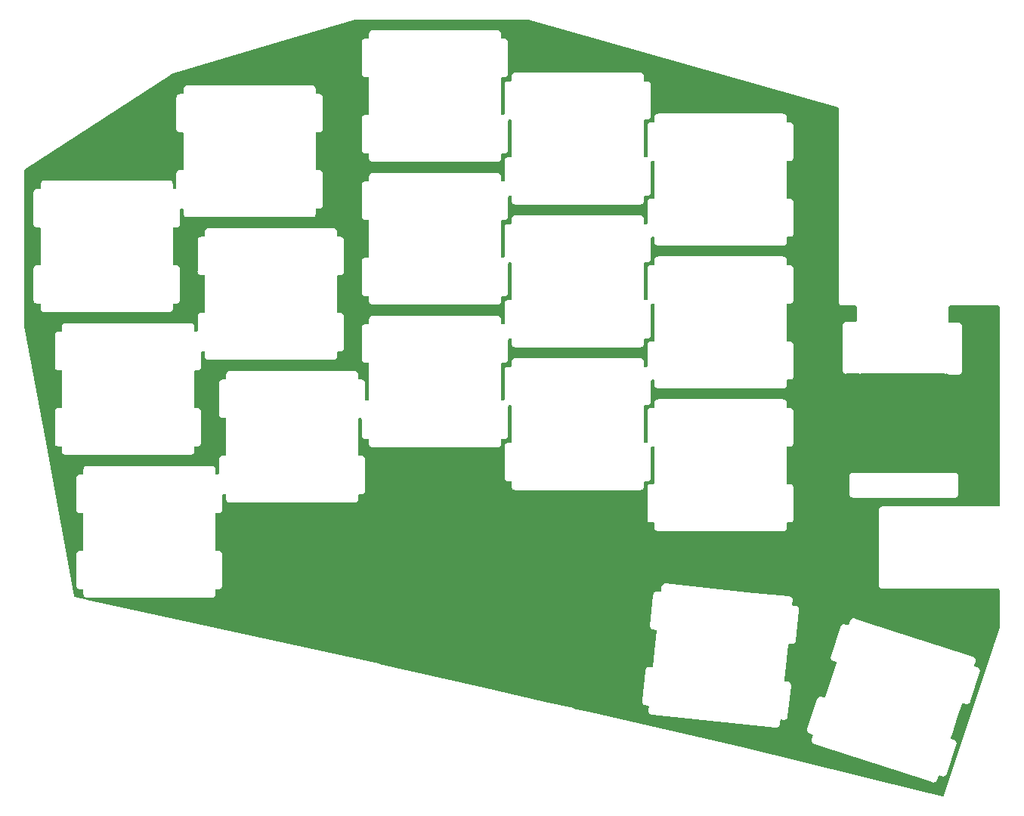
<source format=gbl>
%TF.GenerationSoftware,KiCad,Pcbnew,(6.0.7)*%
%TF.CreationDate,2022-09-23T16:10:08+09:00*%
%TF.ProjectId,selen-full_narrow_plate,73656c65-6e2d-4667-956c-6c5f6e617272,rev?*%
%TF.SameCoordinates,Original*%
%TF.FileFunction,Copper,L2,Bot*%
%TF.FilePolarity,Positive*%
%FSLAX46Y46*%
G04 Gerber Fmt 4.6, Leading zero omitted, Abs format (unit mm)*
G04 Created by KiCad (PCBNEW (6.0.7)) date 2022-09-23 16:10:08*
%MOMM*%
%LPD*%
G01*
G04 APERTURE LIST*
G04 APERTURE END LIST*
%TA.AperFunction,NonConductor*%
G36*
X172906854Y-77666714D02*
G01*
X172953347Y-77720370D01*
X172964733Y-77772712D01*
X172964733Y-81748862D01*
X172944731Y-81816983D01*
X172891075Y-81863476D01*
X172838733Y-81874862D01*
X172583463Y-81874862D01*
X172563753Y-81873311D01*
X172551820Y-81871421D01*
X172542027Y-81869870D01*
X172510508Y-81874862D01*
X172416723Y-81889716D01*
X172303685Y-81947312D01*
X172213977Y-82037020D01*
X172156381Y-82150058D01*
X172154831Y-82159845D01*
X172154830Y-82159849D01*
X172148446Y-82200158D01*
X172136535Y-82275362D01*
X172138086Y-82285155D01*
X172139976Y-82297088D01*
X172141527Y-82316798D01*
X172141527Y-84616163D01*
X172121525Y-84684284D01*
X172067869Y-84730777D01*
X172015527Y-84742163D01*
X171862439Y-84742163D01*
X171794318Y-84722161D01*
X171747825Y-84668505D01*
X171736439Y-84616163D01*
X171736439Y-84212581D01*
X171737990Y-84192871D01*
X171739880Y-84180938D01*
X171741431Y-84171145D01*
X171733102Y-84118554D01*
X171721585Y-84045841D01*
X171663989Y-83932803D01*
X171574281Y-83843095D01*
X171461243Y-83785499D01*
X171451454Y-83783949D01*
X171451452Y-83783948D01*
X171345732Y-83767204D01*
X171335939Y-83765653D01*
X171326146Y-83767204D01*
X171314213Y-83769094D01*
X171294503Y-83770645D01*
X164351186Y-83770647D01*
X157407169Y-83770649D01*
X157387458Y-83769098D01*
X157387433Y-83769094D01*
X157365733Y-83765657D01*
X157334214Y-83770649D01*
X157240429Y-83785503D01*
X157127391Y-83843099D01*
X157037683Y-83932807D01*
X156980087Y-84045845D01*
X156960241Y-84171149D01*
X156961792Y-84180942D01*
X156963682Y-84192875D01*
X156965233Y-84212585D01*
X156965233Y-84616166D01*
X156945231Y-84684287D01*
X156891575Y-84730780D01*
X156839233Y-84742166D01*
X156583963Y-84742166D01*
X156564253Y-84740615D01*
X156552320Y-84738725D01*
X156542527Y-84737174D01*
X156532734Y-84738725D01*
X156427014Y-84755469D01*
X156427012Y-84755470D01*
X156417223Y-84757020D01*
X156304185Y-84814616D01*
X156214477Y-84904324D01*
X156156881Y-85017362D01*
X156155330Y-85027153D01*
X156155330Y-85027154D01*
X156142028Y-85111144D01*
X156142027Y-85111144D01*
X156142028Y-85111146D01*
X156137035Y-85142666D01*
X156138586Y-85152458D01*
X156138586Y-85152459D01*
X156140476Y-85164390D01*
X156142027Y-85184102D01*
X156142027Y-88382858D01*
X156122025Y-88450979D01*
X156068369Y-88497472D01*
X156016027Y-88508858D01*
X155862939Y-88508858D01*
X155794818Y-88488856D01*
X155748325Y-88435200D01*
X155736939Y-88382858D01*
X155736939Y-84406708D01*
X155756941Y-84338587D01*
X155810597Y-84292094D01*
X155862939Y-84280708D01*
X156097537Y-84280708D01*
X156117247Y-84282259D01*
X156138973Y-84285700D01*
X156148766Y-84284149D01*
X156254486Y-84267405D01*
X156254488Y-84267404D01*
X156264277Y-84265854D01*
X156377315Y-84208258D01*
X156467023Y-84118550D01*
X156524619Y-84005512D01*
X156539473Y-83911727D01*
X156544465Y-83880208D01*
X156541024Y-83858482D01*
X156539473Y-83838772D01*
X156539473Y-81698408D01*
X156559475Y-81630287D01*
X156613131Y-81583794D01*
X156665473Y-81572408D01*
X156839233Y-81572408D01*
X156907354Y-81592410D01*
X156953847Y-81646066D01*
X156965233Y-81698408D01*
X156965233Y-82099920D01*
X156963682Y-82119630D01*
X156960241Y-82141356D01*
X156965233Y-82172875D01*
X156980087Y-82266660D01*
X157037683Y-82379698D01*
X157127391Y-82469406D01*
X157240429Y-82527002D01*
X157250218Y-82528552D01*
X157250220Y-82528553D01*
X157355940Y-82545297D01*
X157365733Y-82546848D01*
X157387459Y-82543407D01*
X157407169Y-82541856D01*
X171294503Y-82541856D01*
X171314213Y-82543407D01*
X171335939Y-82546848D01*
X171345732Y-82545297D01*
X171451452Y-82528553D01*
X171451454Y-82528552D01*
X171461243Y-82527002D01*
X171574281Y-82469406D01*
X171663989Y-82379698D01*
X171721585Y-82266660D01*
X171725200Y-82243839D01*
X171736439Y-82172875D01*
X171739880Y-82151149D01*
X171741431Y-82141356D01*
X171737990Y-82119630D01*
X171736439Y-82099920D01*
X171736439Y-81698404D01*
X171756441Y-81630283D01*
X171810097Y-81583790D01*
X171862439Y-81572404D01*
X172097037Y-81572404D01*
X172116747Y-81573955D01*
X172138473Y-81577396D01*
X172148266Y-81575845D01*
X172253986Y-81559101D01*
X172253988Y-81559100D01*
X172263777Y-81557550D01*
X172376815Y-81499954D01*
X172466523Y-81410246D01*
X172524119Y-81297208D01*
X172538973Y-81203423D01*
X172543965Y-81171904D01*
X172540524Y-81150178D01*
X172538973Y-81130468D01*
X172538973Y-77772712D01*
X172558975Y-77704591D01*
X172612631Y-77658098D01*
X172664973Y-77646712D01*
X172838733Y-77646712D01*
X172906854Y-77666714D01*
G37*
%TD.AperFunction*%
%TA.AperFunction,NonConductor*%
G36*
X172906854Y-93666714D02*
G01*
X172953347Y-93720370D01*
X172964733Y-93772712D01*
X172964733Y-97748862D01*
X172944731Y-97816983D01*
X172891075Y-97863476D01*
X172838733Y-97874862D01*
X172583463Y-97874862D01*
X172563753Y-97873311D01*
X172551820Y-97871421D01*
X172542027Y-97869870D01*
X172510508Y-97874862D01*
X172416723Y-97889716D01*
X172303685Y-97947312D01*
X172213977Y-98037020D01*
X172156381Y-98150058D01*
X172154831Y-98159845D01*
X172154830Y-98159849D01*
X172148446Y-98200158D01*
X172136535Y-98275362D01*
X172138086Y-98285155D01*
X172139976Y-98297088D01*
X172141527Y-98316798D01*
X172141527Y-100616163D01*
X172121525Y-100684284D01*
X172067869Y-100730777D01*
X172015527Y-100742163D01*
X171862439Y-100742163D01*
X171794318Y-100722161D01*
X171747825Y-100668505D01*
X171736439Y-100616163D01*
X171736439Y-100212581D01*
X171737990Y-100192871D01*
X171739880Y-100180938D01*
X171741431Y-100171145D01*
X171733102Y-100118554D01*
X171721585Y-100045841D01*
X171663989Y-99932803D01*
X171574281Y-99843095D01*
X171461243Y-99785499D01*
X171451454Y-99783949D01*
X171451452Y-99783948D01*
X171345732Y-99767204D01*
X171335939Y-99765653D01*
X171326146Y-99767204D01*
X171314213Y-99769094D01*
X171294503Y-99770645D01*
X164351186Y-99770647D01*
X157407169Y-99770649D01*
X157387458Y-99769098D01*
X157387433Y-99769094D01*
X157365733Y-99765657D01*
X157334214Y-99770649D01*
X157240429Y-99785503D01*
X157127391Y-99843099D01*
X157037683Y-99932807D01*
X156980087Y-100045845D01*
X156960241Y-100171149D01*
X156961792Y-100180942D01*
X156963682Y-100192875D01*
X156965233Y-100212585D01*
X156965233Y-100616166D01*
X156945231Y-100684287D01*
X156891575Y-100730780D01*
X156839233Y-100742166D01*
X156583963Y-100742166D01*
X156564253Y-100740615D01*
X156552320Y-100738725D01*
X156542527Y-100737174D01*
X156532734Y-100738725D01*
X156427014Y-100755469D01*
X156427012Y-100755470D01*
X156417223Y-100757020D01*
X156304185Y-100814616D01*
X156214477Y-100904324D01*
X156156881Y-101017362D01*
X156155330Y-101027153D01*
X156155330Y-101027154D01*
X156142028Y-101111144D01*
X156142027Y-101111144D01*
X156142028Y-101111146D01*
X156137035Y-101142666D01*
X156138586Y-101152458D01*
X156138586Y-101152459D01*
X156140476Y-101164390D01*
X156142027Y-101184102D01*
X156142027Y-104382858D01*
X156122025Y-104450979D01*
X156068369Y-104497472D01*
X156016027Y-104508858D01*
X155862939Y-104508858D01*
X155794818Y-104488856D01*
X155748325Y-104435200D01*
X155736939Y-104382858D01*
X155736939Y-100406708D01*
X155756941Y-100338587D01*
X155810597Y-100292094D01*
X155862939Y-100280708D01*
X156097537Y-100280708D01*
X156117247Y-100282259D01*
X156138973Y-100285700D01*
X156148766Y-100284149D01*
X156254486Y-100267405D01*
X156254488Y-100267404D01*
X156264277Y-100265854D01*
X156377315Y-100208258D01*
X156467023Y-100118550D01*
X156524619Y-100005512D01*
X156539473Y-99911727D01*
X156544465Y-99880208D01*
X156541024Y-99858482D01*
X156539473Y-99838772D01*
X156539473Y-97698408D01*
X156559475Y-97630287D01*
X156613131Y-97583794D01*
X156665473Y-97572408D01*
X156839233Y-97572408D01*
X156907354Y-97592410D01*
X156953847Y-97646066D01*
X156965233Y-97698408D01*
X156965233Y-98099920D01*
X156963682Y-98119630D01*
X156960241Y-98141356D01*
X156965233Y-98172875D01*
X156980087Y-98266660D01*
X157037683Y-98379698D01*
X157127391Y-98469406D01*
X157240429Y-98527002D01*
X157250218Y-98528552D01*
X157250220Y-98528553D01*
X157355940Y-98545297D01*
X157365733Y-98546848D01*
X157387459Y-98543407D01*
X157407169Y-98541856D01*
X171294503Y-98541856D01*
X171314213Y-98543407D01*
X171335939Y-98546848D01*
X171345732Y-98545297D01*
X171451452Y-98528553D01*
X171451454Y-98528552D01*
X171461243Y-98527002D01*
X171574281Y-98469406D01*
X171663989Y-98379698D01*
X171721585Y-98266660D01*
X171725200Y-98243839D01*
X171736439Y-98172875D01*
X171739880Y-98151149D01*
X171741431Y-98141356D01*
X171737990Y-98119630D01*
X171736439Y-98099920D01*
X171736439Y-97698404D01*
X171756441Y-97630283D01*
X171810097Y-97583790D01*
X171862439Y-97572404D01*
X172097037Y-97572404D01*
X172116747Y-97573955D01*
X172138473Y-97577396D01*
X172148266Y-97575845D01*
X172253986Y-97559101D01*
X172253988Y-97559100D01*
X172263777Y-97557550D01*
X172376815Y-97499954D01*
X172466523Y-97410246D01*
X172524119Y-97297208D01*
X172538973Y-97203423D01*
X172543965Y-97171904D01*
X172540524Y-97150178D01*
X172538973Y-97130468D01*
X172538973Y-93772712D01*
X172558975Y-93704591D01*
X172612631Y-93658098D01*
X172664973Y-93646712D01*
X172838733Y-93646712D01*
X172906854Y-93666714D01*
G37*
%TD.AperFunction*%
%TA.AperFunction,NonConductor*%
G36*
X158761095Y-61805296D02*
G01*
X193507933Y-71676556D01*
X193567995Y-71714413D01*
X193598055Y-71778731D01*
X193599500Y-71797760D01*
X193599500Y-93430291D01*
X193597948Y-93450004D01*
X193594508Y-93471721D01*
X193596059Y-93481515D01*
X193596059Y-93481516D01*
X193599495Y-93503213D01*
X193599635Y-93504094D01*
X193599645Y-93504160D01*
X193609313Y-93565204D01*
X193614352Y-93597025D01*
X193614354Y-93597028D01*
X193614354Y-93597031D01*
X193635053Y-93637654D01*
X193671946Y-93710064D01*
X193671949Y-93710067D01*
X193671950Y-93710069D01*
X193716799Y-93754918D01*
X193761653Y-93799773D01*
X193761655Y-93799774D01*
X193761658Y-93799777D01*
X193827072Y-93833107D01*
X193874690Y-93857371D01*
X193874693Y-93857371D01*
X193874696Y-93857373D01*
X193888153Y-93859504D01*
X193888155Y-93859505D01*
X193922297Y-93864912D01*
X193922300Y-93864913D01*
X193968443Y-93872222D01*
X193968475Y-93872227D01*
X193968481Y-93872227D01*
X194000000Y-93877219D01*
X194021722Y-93873779D01*
X194041429Y-93872228D01*
X195473503Y-93872249D01*
X195541622Y-93892252D01*
X195588114Y-93945908D01*
X195599500Y-93998249D01*
X195599500Y-95578578D01*
X195579498Y-95646699D01*
X195525842Y-95693192D01*
X195453790Y-95703027D01*
X195431520Y-95699500D01*
X195409794Y-95696059D01*
X195409793Y-95696059D01*
X195400000Y-95694508D01*
X195390207Y-95696059D01*
X195378274Y-95697949D01*
X195358564Y-95699500D01*
X194441436Y-95699500D01*
X194421726Y-95697949D01*
X194409793Y-95696059D01*
X194400000Y-95694508D01*
X194368481Y-95699500D01*
X194274696Y-95714354D01*
X194161658Y-95771950D01*
X194071950Y-95861658D01*
X194014354Y-95974696D01*
X194012804Y-95984485D01*
X194012803Y-95984487D01*
X193999915Y-96065863D01*
X193994508Y-96100000D01*
X193996059Y-96109793D01*
X193997949Y-96121726D01*
X193999500Y-96141436D01*
X193999500Y-101058564D01*
X193997949Y-101078274D01*
X193994508Y-101100000D01*
X193999500Y-101131519D01*
X194014354Y-101225304D01*
X194071950Y-101338342D01*
X194161658Y-101428050D01*
X194274696Y-101485646D01*
X194284485Y-101487196D01*
X194284487Y-101487197D01*
X194390207Y-101503941D01*
X194400000Y-101505492D01*
X194421726Y-101502051D01*
X194441436Y-101500500D01*
X195358564Y-101500500D01*
X195378274Y-101502051D01*
X195400000Y-101505492D01*
X195409793Y-101503941D01*
X195515513Y-101487197D01*
X195515515Y-101487196D01*
X195525304Y-101485646D01*
X195638342Y-101428050D01*
X195639493Y-101430309D01*
X195692802Y-101411286D01*
X195760675Y-101427067D01*
X195761658Y-101428050D01*
X195874696Y-101485646D01*
X195884485Y-101487196D01*
X195884487Y-101487197D01*
X195990207Y-101503941D01*
X196000000Y-101505492D01*
X196021726Y-101502051D01*
X196041436Y-101500500D01*
X205458564Y-101500500D01*
X205478274Y-101502051D01*
X205500000Y-101505492D01*
X205625304Y-101485646D01*
X205626382Y-101485097D01*
X205692516Y-101483207D01*
X205749581Y-101515973D01*
X205761658Y-101528050D01*
X205874696Y-101585646D01*
X205884485Y-101587196D01*
X205884487Y-101587197D01*
X205964662Y-101599895D01*
X205964687Y-101599899D01*
X206000000Y-101605492D01*
X206021726Y-101602051D01*
X206041436Y-101600500D01*
X206958564Y-101600500D01*
X206978274Y-101602051D01*
X207000000Y-101605492D01*
X207035314Y-101599899D01*
X207125304Y-101585646D01*
X207238342Y-101528050D01*
X207328050Y-101438342D01*
X207385646Y-101325304D01*
X207394113Y-101271849D01*
X207403941Y-101209793D01*
X207405492Y-101200000D01*
X207402051Y-101178274D01*
X207400500Y-101158564D01*
X207400500Y-96241436D01*
X207402051Y-96221726D01*
X207403941Y-96209793D01*
X207405492Y-96200000D01*
X207399731Y-96163624D01*
X207387197Y-96084487D01*
X207387196Y-96084485D01*
X207385646Y-96074696D01*
X207328050Y-95961658D01*
X207238342Y-95871950D01*
X207125304Y-95814354D01*
X207115515Y-95812804D01*
X207115513Y-95812803D01*
X207031519Y-95799500D01*
X207009793Y-95796059D01*
X207000000Y-95794508D01*
X206990207Y-95796059D01*
X206978274Y-95797949D01*
X206958564Y-95799500D01*
X206041436Y-95799500D01*
X206021722Y-95797948D01*
X206006786Y-95795582D01*
X205942634Y-95765168D01*
X205905108Y-95704899D01*
X205900500Y-95671134D01*
X205900500Y-93998410D01*
X205920502Y-93930289D01*
X205974158Y-93883796D01*
X206026502Y-93872410D01*
X208749329Y-93872450D01*
X211473502Y-93872491D01*
X211541622Y-93892494D01*
X211588114Y-93946150D01*
X211599500Y-93998491D01*
X211599500Y-116273500D01*
X211579498Y-116341621D01*
X211525842Y-116388114D01*
X211473500Y-116399500D01*
X198541436Y-116399500D01*
X198521726Y-116397949D01*
X198509793Y-116396059D01*
X198500000Y-116394508D01*
X198468481Y-116399500D01*
X198374696Y-116414354D01*
X198261658Y-116471950D01*
X198171950Y-116561658D01*
X198114354Y-116674696D01*
X198112804Y-116684485D01*
X198112803Y-116684487D01*
X198110676Y-116697919D01*
X198094508Y-116800000D01*
X198096059Y-116809793D01*
X198097949Y-116821726D01*
X198099500Y-116841436D01*
X198099500Y-125158564D01*
X198097949Y-125178274D01*
X198094508Y-125200000D01*
X198099500Y-125231519D01*
X198114354Y-125325304D01*
X198171950Y-125438342D01*
X198261658Y-125528050D01*
X198374696Y-125585646D01*
X198384485Y-125587196D01*
X198384487Y-125587197D01*
X198490207Y-125603941D01*
X198500000Y-125605492D01*
X198521726Y-125602051D01*
X198541436Y-125600500D01*
X211473500Y-125600500D01*
X211541621Y-125620502D01*
X211588114Y-125674158D01*
X211599500Y-125726500D01*
X211599500Y-129915398D01*
X211593157Y-129954872D01*
X211014517Y-131708874D01*
X205383758Y-148777111D01*
X205372487Y-148811275D01*
X205332150Y-148869700D01*
X205266630Y-148897043D01*
X205222585Y-148894117D01*
X204887552Y-148811275D01*
X202735951Y-148279260D01*
X182875293Y-143368418D01*
X182872956Y-143367763D01*
X182870325Y-143366704D01*
X182843904Y-143360639D01*
X182841868Y-143360154D01*
X182815537Y-143353643D01*
X182812704Y-143353400D01*
X182810346Y-143352935D01*
X174393468Y-141420829D01*
X190044477Y-141420829D01*
X190064323Y-141546133D01*
X190121919Y-141659172D01*
X190211627Y-141748879D01*
X190220461Y-141753380D01*
X190312972Y-141800517D01*
X190324665Y-141806475D01*
X190346402Y-141809918D01*
X190365611Y-141814530D01*
X190608393Y-141893414D01*
X190666999Y-141933487D01*
X190694636Y-141998884D01*
X190689290Y-142052183D01*
X190565216Y-142434041D01*
X190557650Y-142452307D01*
X190552165Y-142463072D01*
X190552164Y-142463076D01*
X190547663Y-142471909D01*
X190542671Y-142503428D01*
X190527817Y-142597213D01*
X190529368Y-142607006D01*
X190538316Y-142663499D01*
X190547663Y-142722517D01*
X190605259Y-142835555D01*
X190694967Y-142925263D01*
X190808005Y-142982859D01*
X190817796Y-142984410D01*
X190817797Y-142984410D01*
X190829732Y-142986300D01*
X190848958Y-142990916D01*
X204056595Y-147282338D01*
X204074860Y-147289904D01*
X204094460Y-147299890D01*
X204125979Y-147304882D01*
X204219764Y-147319736D01*
X204313550Y-147304882D01*
X204345068Y-147299890D01*
X204373503Y-147285402D01*
X204449275Y-147246794D01*
X204449274Y-147246794D01*
X204458107Y-147242294D01*
X204547815Y-147152586D01*
X204605410Y-147039548D01*
X204608852Y-147017819D01*
X204613467Y-146998598D01*
X204737542Y-146616732D01*
X204777615Y-146558126D01*
X204843012Y-146530489D01*
X204896309Y-146535835D01*
X205119426Y-146608330D01*
X205137691Y-146615896D01*
X205148456Y-146621381D01*
X205148460Y-146621382D01*
X205157293Y-146625883D01*
X205188812Y-146630875D01*
X205282597Y-146645729D01*
X205376383Y-146630875D01*
X205407901Y-146625883D01*
X205520939Y-146568287D01*
X205560628Y-146528598D01*
X205610647Y-146478580D01*
X205668243Y-146365541D01*
X205671684Y-146343814D01*
X205676300Y-146324588D01*
X206732264Y-143074665D01*
X206739830Y-143056399D01*
X206745314Y-143045637D01*
X206745315Y-143045634D01*
X206749816Y-143036800D01*
X206769662Y-142911496D01*
X206754733Y-142817237D01*
X206749816Y-142786192D01*
X206692220Y-142673154D01*
X206682565Y-142663499D01*
X206602513Y-142583446D01*
X206517908Y-142540338D01*
X206489474Y-142525850D01*
X206479683Y-142524299D01*
X206479682Y-142524299D01*
X206467747Y-142522409D01*
X206448524Y-142517794D01*
X206225406Y-142445298D01*
X206166801Y-142405224D01*
X206139164Y-142339827D01*
X206144510Y-142286529D01*
X206259221Y-141933487D01*
X206908343Y-139935696D01*
X207373209Y-138504986D01*
X207413282Y-138446380D01*
X207478679Y-138418743D01*
X207531978Y-138424089D01*
X207755091Y-138496583D01*
X207773357Y-138504149D01*
X207784122Y-138509634D01*
X207784126Y-138509635D01*
X207792959Y-138514136D01*
X207802752Y-138515687D01*
X207824478Y-138519128D01*
X207902258Y-138531447D01*
X207918263Y-138533982D01*
X208012049Y-138519128D01*
X208043567Y-138514136D01*
X208054729Y-138508449D01*
X208072001Y-138499648D01*
X208156605Y-138456540D01*
X208193008Y-138420137D01*
X208246313Y-138366833D01*
X208303909Y-138253794D01*
X208307350Y-138232067D01*
X208311966Y-138212841D01*
X209367930Y-134962921D01*
X209375496Y-134944655D01*
X209380981Y-134933889D01*
X209380981Y-134933888D01*
X209385483Y-134925053D01*
X209387764Y-134910656D01*
X209403778Y-134809542D01*
X209405329Y-134799749D01*
X209390357Y-134705218D01*
X209387034Y-134684236D01*
X209387033Y-134684234D01*
X209385483Y-134674445D01*
X209327887Y-134561406D01*
X209238180Y-134471699D01*
X209125141Y-134414103D01*
X209115350Y-134412552D01*
X209103412Y-134410661D01*
X209084191Y-134406046D01*
X208861074Y-134333551D01*
X208802468Y-134293478D01*
X208774831Y-134228081D01*
X208780177Y-134174782D01*
X208904890Y-133790956D01*
X208912456Y-133772690D01*
X208917941Y-133761924D01*
X208917941Y-133761923D01*
X208922443Y-133753088D01*
X208931142Y-133698168D01*
X208940738Y-133637577D01*
X208942289Y-133627784D01*
X208922443Y-133502480D01*
X208887747Y-133434385D01*
X208864847Y-133389441D01*
X208775140Y-133299734D01*
X208662101Y-133242138D01*
X208640368Y-133238696D01*
X208621146Y-133234081D01*
X200638043Y-130640216D01*
X195413508Y-128942663D01*
X195395242Y-128935097D01*
X195384479Y-128929613D01*
X195384475Y-128929612D01*
X195375644Y-128925112D01*
X195344129Y-128920120D01*
X195344125Y-128920119D01*
X195344107Y-128920116D01*
X195344096Y-128920114D01*
X195260133Y-128906816D01*
X195250340Y-128905265D01*
X195240547Y-128906816D01*
X195134827Y-128923560D01*
X195134825Y-128923561D01*
X195125036Y-128925111D01*
X195011998Y-128982707D01*
X194922290Y-129072415D01*
X194864694Y-129185453D01*
X194861251Y-129207190D01*
X194856639Y-129226399D01*
X194768964Y-129496235D01*
X194731924Y-129610232D01*
X194691850Y-129668838D01*
X194626454Y-129696475D01*
X194573156Y-129691129D01*
X194330379Y-129612246D01*
X194312113Y-129604680D01*
X194301347Y-129599194D01*
X194301344Y-129599193D01*
X194292514Y-129594694D01*
X194167210Y-129574847D01*
X194043061Y-129594511D01*
X194041906Y-129594694D01*
X193928867Y-129652290D01*
X193921854Y-129659304D01*
X193921853Y-129659304D01*
X193884016Y-129697142D01*
X193864166Y-129716992D01*
X193839160Y-129741997D01*
X193818592Y-129782364D01*
X193781564Y-129855036D01*
X193780013Y-129864827D01*
X193780013Y-129864828D01*
X193778123Y-129876763D01*
X193773507Y-129895989D01*
X192717542Y-133145912D01*
X192709976Y-133164178D01*
X192699990Y-133183777D01*
X192694998Y-133215296D01*
X192680144Y-133309081D01*
X192681695Y-133318874D01*
X192692872Y-133389441D01*
X192699990Y-133434385D01*
X192734686Y-133502480D01*
X192757586Y-133547423D01*
X192847293Y-133637131D01*
X192919510Y-133673927D01*
X192960332Y-133694727D01*
X192970125Y-133696278D01*
X192982059Y-133698168D01*
X193001282Y-133702783D01*
X193156104Y-133753088D01*
X193244060Y-133781667D01*
X193302665Y-133821741D01*
X193330302Y-133887138D01*
X193324956Y-133940436D01*
X192897096Y-135257254D01*
X192096258Y-137721980D01*
X192056185Y-137780586D01*
X191990788Y-137808223D01*
X191937490Y-137802877D01*
X191839530Y-137771048D01*
X191694717Y-137723995D01*
X191676451Y-137716429D01*
X191665685Y-137710944D01*
X191665684Y-137710944D01*
X191656847Y-137706441D01*
X191531543Y-137686594D01*
X191406239Y-137706441D01*
X191397406Y-137710942D01*
X191397405Y-137710942D01*
X191377803Y-137720930D01*
X191293201Y-137764037D01*
X191203493Y-137853744D01*
X191173848Y-137911926D01*
X191145897Y-137966783D01*
X191144346Y-137976576D01*
X191142456Y-137988510D01*
X191137840Y-138007736D01*
X190081876Y-141257657D01*
X190074310Y-141275923D01*
X190069903Y-141284574D01*
X190064323Y-141295525D01*
X190044477Y-141420829D01*
X174393468Y-141420829D01*
X165922921Y-139476403D01*
X163920315Y-139016702D01*
X163920286Y-139016694D01*
X163920255Y-139016682D01*
X163886323Y-139008900D01*
X163886323Y-139008899D01*
X163886303Y-139008895D01*
X163858885Y-139002601D01*
X163858854Y-139002599D01*
X163858848Y-139002598D01*
X160634606Y-138263093D01*
X171550554Y-138263093D01*
X171552105Y-138272885D01*
X171556162Y-138298499D01*
X171557540Y-138311617D01*
X171559415Y-138347399D01*
X171562969Y-138356657D01*
X171563728Y-138360229D01*
X171567721Y-138375133D01*
X171568849Y-138378605D01*
X171570400Y-138388397D01*
X171586674Y-138420336D01*
X171592028Y-138432361D01*
X171604879Y-138465839D01*
X171611118Y-138473544D01*
X171612931Y-138476684D01*
X171621359Y-138489661D01*
X171623494Y-138492599D01*
X171627996Y-138501435D01*
X171653334Y-138526773D01*
X171662159Y-138536573D01*
X171684719Y-138564432D01*
X171693037Y-138569834D01*
X171695736Y-138572264D01*
X171707734Y-138581980D01*
X171710686Y-138584125D01*
X171717704Y-138591143D01*
X171726543Y-138595647D01*
X171726545Y-138595648D01*
X171749637Y-138607414D01*
X171761058Y-138614008D01*
X171791117Y-138633529D01*
X171800700Y-138636096D01*
X171804025Y-138637577D01*
X171818442Y-138643111D01*
X171821906Y-138644236D01*
X171830742Y-138648739D01*
X171856096Y-138652755D01*
X171866138Y-138654345D01*
X171879038Y-138657087D01*
X171904083Y-138663798D01*
X171904086Y-138663798D01*
X171913661Y-138666364D01*
X171935626Y-138665213D01*
X171955387Y-138665730D01*
X172209263Y-138692413D01*
X172274918Y-138719426D01*
X172315548Y-138777648D01*
X172321401Y-138830894D01*
X172279431Y-139230212D01*
X172275829Y-139249647D01*
X172270136Y-139270894D01*
X172270655Y-139280797D01*
X172270274Y-139284422D01*
X172269466Y-139299849D01*
X172269466Y-139303487D01*
X172267915Y-139313279D01*
X172269466Y-139323071D01*
X172273522Y-139348680D01*
X172274900Y-139361791D01*
X172276776Y-139397586D01*
X172280331Y-139406846D01*
X172281088Y-139410408D01*
X172285083Y-139425320D01*
X172286210Y-139428788D01*
X172287761Y-139438583D01*
X172292263Y-139447418D01*
X172292263Y-139447419D01*
X172304031Y-139470515D01*
X172309394Y-139482560D01*
X172322241Y-139516025D01*
X172328480Y-139523730D01*
X172330298Y-139526878D01*
X172338715Y-139539838D01*
X172340852Y-139542779D01*
X172345357Y-139551621D01*
X172370696Y-139576960D01*
X172379521Y-139586760D01*
X172402080Y-139614618D01*
X172410398Y-139620020D01*
X172413097Y-139622450D01*
X172425095Y-139632166D01*
X172428047Y-139634311D01*
X172435065Y-139641329D01*
X172443904Y-139645833D01*
X172443906Y-139645834D01*
X172466998Y-139657600D01*
X172478419Y-139664194D01*
X172508478Y-139683715D01*
X172518057Y-139686282D01*
X172521363Y-139687754D01*
X172535815Y-139693302D01*
X172539270Y-139694424D01*
X172548103Y-139698925D01*
X172557894Y-139700476D01*
X172557895Y-139700476D01*
X172583498Y-139704531D01*
X172596395Y-139707272D01*
X172605649Y-139709752D01*
X172621443Y-139713984D01*
X172621445Y-139713984D01*
X172631021Y-139716550D01*
X172652988Y-139715399D01*
X172672750Y-139715916D01*
X186484019Y-141167539D01*
X186503455Y-141171142D01*
X186508210Y-141172416D01*
X186524698Y-141176834D01*
X186534602Y-141176315D01*
X186538919Y-141176089D01*
X186556564Y-141175164D01*
X186556569Y-141175164D01*
X186574270Y-141174236D01*
X186580865Y-141174063D01*
X186598602Y-141174063D01*
X186603488Y-141173289D01*
X186605501Y-141173131D01*
X186615600Y-141172070D01*
X186628805Y-141171378D01*
X186651390Y-141170194D01*
X186660650Y-141166639D01*
X186664212Y-141165882D01*
X186679124Y-141161887D01*
X186682592Y-141160760D01*
X186692387Y-141159209D01*
X186724320Y-141142939D01*
X186736365Y-141137575D01*
X186760574Y-141128282D01*
X186760575Y-141128281D01*
X186769829Y-141124729D01*
X186777534Y-141118490D01*
X186780682Y-141116672D01*
X186793642Y-141108255D01*
X186796583Y-141106118D01*
X186805425Y-141101613D01*
X186830764Y-141076274D01*
X186840565Y-141067448D01*
X186860715Y-141051131D01*
X186868422Y-141044890D01*
X186873824Y-141036572D01*
X186876254Y-141033873D01*
X186885977Y-141021867D01*
X186888119Y-141018919D01*
X186895133Y-141011905D01*
X186911405Y-140979969D01*
X186917995Y-140968555D01*
X186932119Y-140946806D01*
X186937519Y-140938491D01*
X186940085Y-140928914D01*
X186941563Y-140925595D01*
X186947103Y-140911164D01*
X186948229Y-140907700D01*
X186952729Y-140898867D01*
X186958336Y-140863466D01*
X186961076Y-140850576D01*
X186962092Y-140846783D01*
X186962094Y-140846771D01*
X186967787Y-140825526D01*
X186967787Y-140825523D01*
X186970353Y-140815948D01*
X186969834Y-140806042D01*
X186970215Y-140802412D01*
X186971023Y-140787004D01*
X186971023Y-140783359D01*
X186972575Y-140773563D01*
X186971207Y-140764925D01*
X186971714Y-140755248D01*
X187011689Y-140374903D01*
X187038702Y-140309246D01*
X187096924Y-140268616D01*
X187150170Y-140262763D01*
X187383487Y-140287286D01*
X187402924Y-140290889D01*
X187414588Y-140294014D01*
X187414592Y-140294014D01*
X187424171Y-140296581D01*
X187434075Y-140296062D01*
X187438392Y-140295836D01*
X187456037Y-140294911D01*
X187456042Y-140294911D01*
X187473743Y-140293983D01*
X187480338Y-140293810D01*
X187498075Y-140293810D01*
X187502961Y-140293036D01*
X187504974Y-140292878D01*
X187515073Y-140291817D01*
X187528278Y-140291125D01*
X187550863Y-140289941D01*
X187560123Y-140286386D01*
X187563685Y-140285629D01*
X187578597Y-140281634D01*
X187582065Y-140280507D01*
X187591860Y-140278956D01*
X187623793Y-140262686D01*
X187635838Y-140257322D01*
X187660047Y-140248029D01*
X187660048Y-140248028D01*
X187669302Y-140244476D01*
X187677007Y-140238237D01*
X187680155Y-140236419D01*
X187693115Y-140228002D01*
X187696056Y-140225865D01*
X187704898Y-140221360D01*
X187730237Y-140196021D01*
X187740038Y-140187195D01*
X187760188Y-140170878D01*
X187767895Y-140164637D01*
X187773297Y-140156319D01*
X187775727Y-140153620D01*
X187785443Y-140141622D01*
X187787588Y-140138670D01*
X187794606Y-140131652D01*
X187810877Y-140099719D01*
X187817471Y-140088298D01*
X187831589Y-140066558D01*
X187836992Y-140058239D01*
X187839559Y-140048656D01*
X187841040Y-140045331D01*
X187846574Y-140030914D01*
X187847699Y-140027451D01*
X187852202Y-140018614D01*
X187857809Y-139983213D01*
X187860549Y-139970323D01*
X187861565Y-139966530D01*
X187861566Y-139966530D01*
X187861567Y-139966519D01*
X187867260Y-139945274D01*
X187867260Y-139945271D01*
X187869826Y-139935696D01*
X187869307Y-139925792D01*
X187869688Y-139922164D01*
X187870496Y-139906750D01*
X187870496Y-139903106D01*
X187872048Y-139893310D01*
X187870680Y-139884672D01*
X187871187Y-139874994D01*
X188226386Y-136495498D01*
X188229987Y-136476067D01*
X188235680Y-136454822D01*
X188235161Y-136444916D01*
X188235543Y-136441279D01*
X188236350Y-136425879D01*
X188236350Y-136422234D01*
X188237902Y-136412437D01*
X188232294Y-136377028D01*
X188230917Y-136363921D01*
X188229560Y-136338033D01*
X188229041Y-136328130D01*
X188225486Y-136318870D01*
X188224729Y-136315308D01*
X188220734Y-136300396D01*
X188219607Y-136296928D01*
X188218056Y-136287133D01*
X188201786Y-136255200D01*
X188196422Y-136243155D01*
X188187129Y-136218946D01*
X188187128Y-136218945D01*
X188183576Y-136209691D01*
X188177337Y-136201986D01*
X188175519Y-136198838D01*
X188167102Y-136185878D01*
X188164965Y-136182937D01*
X188160460Y-136174095D01*
X188135125Y-136148760D01*
X188126299Y-136138959D01*
X188109975Y-136118800D01*
X188109974Y-136118799D01*
X188103737Y-136111097D01*
X188095423Y-136105698D01*
X188092732Y-136103275D01*
X188080730Y-136093555D01*
X188077768Y-136091403D01*
X188070752Y-136084387D01*
X188038812Y-136068113D01*
X188027411Y-136061530D01*
X187997339Y-136042001D01*
X187987754Y-136039433D01*
X187984423Y-136037950D01*
X187970014Y-136032419D01*
X187966550Y-136031294D01*
X187957714Y-136026791D01*
X187932360Y-136022775D01*
X187922318Y-136021185D01*
X187909418Y-136018443D01*
X187884373Y-136011732D01*
X187884370Y-136011732D01*
X187874795Y-136009166D01*
X187852828Y-136010317D01*
X187833066Y-136009800D01*
X187766240Y-136002776D01*
X187599752Y-135985278D01*
X187534096Y-135958265D01*
X187493466Y-135900043D01*
X187487613Y-135846797D01*
X187742197Y-133424594D01*
X187903234Y-131892429D01*
X187930247Y-131826774D01*
X187988469Y-131786144D01*
X188041715Y-131780291D01*
X188275031Y-131804814D01*
X188294468Y-131808417D01*
X188306132Y-131811542D01*
X188306136Y-131811542D01*
X188315715Y-131814109D01*
X188325619Y-131813590D01*
X188329936Y-131813364D01*
X188347581Y-131812439D01*
X188347586Y-131812439D01*
X188365287Y-131811511D01*
X188371882Y-131811338D01*
X188389619Y-131811338D01*
X188394505Y-131810564D01*
X188396518Y-131810406D01*
X188406617Y-131809345D01*
X188419822Y-131808653D01*
X188442407Y-131807469D01*
X188451667Y-131803914D01*
X188455229Y-131803157D01*
X188470141Y-131799162D01*
X188473609Y-131798035D01*
X188483404Y-131796484D01*
X188515337Y-131780214D01*
X188527382Y-131774850D01*
X188551591Y-131765557D01*
X188551592Y-131765556D01*
X188560846Y-131762004D01*
X188568551Y-131755765D01*
X188571699Y-131753947D01*
X188584659Y-131745530D01*
X188587600Y-131743393D01*
X188596442Y-131738888D01*
X188621781Y-131713549D01*
X188631582Y-131704723D01*
X188651732Y-131688406D01*
X188659439Y-131682165D01*
X188664841Y-131673847D01*
X188667271Y-131671148D01*
X188676987Y-131659150D01*
X188679132Y-131656198D01*
X188686150Y-131649180D01*
X188702421Y-131617247D01*
X188709015Y-131605826D01*
X188723133Y-131584086D01*
X188728536Y-131575767D01*
X188731103Y-131566184D01*
X188732584Y-131562859D01*
X188738118Y-131548442D01*
X188739243Y-131544979D01*
X188743746Y-131536142D01*
X188749353Y-131500741D01*
X188752093Y-131487851D01*
X188753109Y-131484058D01*
X188753110Y-131484058D01*
X188753111Y-131484047D01*
X188758804Y-131462802D01*
X188758804Y-131462799D01*
X188761370Y-131453224D01*
X188760851Y-131443320D01*
X188761232Y-131439692D01*
X188762040Y-131424278D01*
X188762040Y-131420634D01*
X188763592Y-131410838D01*
X188762224Y-131402200D01*
X188762731Y-131392522D01*
X189117930Y-128013027D01*
X189121531Y-127993596D01*
X189127224Y-127972351D01*
X189126705Y-127962445D01*
X189127087Y-127958808D01*
X189127894Y-127943408D01*
X189127894Y-127939763D01*
X189129446Y-127929966D01*
X189123838Y-127894557D01*
X189122461Y-127881450D01*
X189121104Y-127855562D01*
X189120585Y-127845659D01*
X189117030Y-127836399D01*
X189116273Y-127832837D01*
X189112278Y-127817925D01*
X189111151Y-127814457D01*
X189109600Y-127804662D01*
X189093330Y-127772729D01*
X189087966Y-127760684D01*
X189078673Y-127736475D01*
X189078672Y-127736474D01*
X189075120Y-127727220D01*
X189068881Y-127719515D01*
X189067063Y-127716367D01*
X189058646Y-127703407D01*
X189056509Y-127700466D01*
X189052004Y-127691624D01*
X189026669Y-127666289D01*
X189017843Y-127656488D01*
X189001519Y-127636329D01*
X189001518Y-127636328D01*
X188995281Y-127628626D01*
X188986967Y-127623227D01*
X188984276Y-127620804D01*
X188972274Y-127611084D01*
X188969312Y-127608932D01*
X188962296Y-127601916D01*
X188930356Y-127585642D01*
X188918955Y-127579059D01*
X188888883Y-127559530D01*
X188879298Y-127556962D01*
X188875967Y-127555479D01*
X188861558Y-127549948D01*
X188858094Y-127548823D01*
X188849258Y-127544320D01*
X188823904Y-127540304D01*
X188813862Y-127538714D01*
X188800962Y-127535972D01*
X188775917Y-127529261D01*
X188775914Y-127529261D01*
X188766339Y-127526695D01*
X188744372Y-127527846D01*
X188724610Y-127527329D01*
X188657784Y-127520305D01*
X188491296Y-127502807D01*
X188425640Y-127475794D01*
X188385010Y-127417572D01*
X188379157Y-127364326D01*
X188421344Y-126962952D01*
X188424947Y-126943515D01*
X188428072Y-126931851D01*
X188428072Y-126931847D01*
X188430639Y-126922268D01*
X188430120Y-126912366D01*
X188430501Y-126908740D01*
X188431309Y-126893313D01*
X188431309Y-126889675D01*
X188432860Y-126879883D01*
X188427252Y-126844477D01*
X188425874Y-126831358D01*
X188424518Y-126805485D01*
X188423999Y-126795576D01*
X188420443Y-126786313D01*
X188419684Y-126782742D01*
X188415692Y-126767842D01*
X188414565Y-126764374D01*
X188413014Y-126754579D01*
X188397197Y-126723535D01*
X188396740Y-126722639D01*
X188391377Y-126710593D01*
X188385299Y-126694760D01*
X188385296Y-126694753D01*
X188383529Y-126690148D01*
X188378535Y-126677138D01*
X188372295Y-126669432D01*
X188370477Y-126666283D01*
X188362060Y-126653322D01*
X188359921Y-126650378D01*
X188355418Y-126641541D01*
X188330079Y-126616202D01*
X188321254Y-126606401D01*
X188304939Y-126586254D01*
X188304937Y-126586252D01*
X188298695Y-126578544D01*
X188290377Y-126573142D01*
X188287678Y-126570712D01*
X188275680Y-126560996D01*
X188272728Y-126558851D01*
X188265710Y-126551833D01*
X188256871Y-126547329D01*
X188256869Y-126547328D01*
X188233777Y-126535562D01*
X188222356Y-126528968D01*
X188212435Y-126522525D01*
X188192297Y-126509447D01*
X188182714Y-126506880D01*
X188179389Y-126505399D01*
X188164972Y-126499865D01*
X188161509Y-126498740D01*
X188152672Y-126494237D01*
X188123997Y-126489695D01*
X188117271Y-126488630D01*
X188104381Y-126485890D01*
X188100588Y-126484874D01*
X188100588Y-126484873D01*
X188100575Y-126484871D01*
X188079336Y-126479180D01*
X188079333Y-126479180D01*
X188069754Y-126476613D01*
X188047792Y-126477764D01*
X188028030Y-126477247D01*
X184155649Y-126070244D01*
X174216760Y-125025626D01*
X174197323Y-125022023D01*
X174185659Y-125018898D01*
X174185655Y-125018898D01*
X174176076Y-125016331D01*
X174144209Y-125018001D01*
X174144205Y-125018001D01*
X174100702Y-125020281D01*
X174049384Y-125022971D01*
X174040126Y-125026525D01*
X174040125Y-125026525D01*
X173940203Y-125064882D01*
X173930945Y-125068436D01*
X173832352Y-125148275D01*
X173763255Y-125254674D01*
X173760689Y-125264251D01*
X173734441Y-125362212D01*
X173730420Y-125377217D01*
X173730939Y-125387121D01*
X173731571Y-125399181D01*
X173731054Y-125418945D01*
X173690389Y-125805856D01*
X173688869Y-125820317D01*
X173661856Y-125885974D01*
X173603634Y-125926604D01*
X173550388Y-125932457D01*
X173296513Y-125905773D01*
X173277076Y-125902170D01*
X173265412Y-125899045D01*
X173265410Y-125899045D01*
X173255830Y-125896478D01*
X173245925Y-125896997D01*
X173206252Y-125899076D01*
X173199658Y-125899249D01*
X173181925Y-125899249D01*
X173177041Y-125900023D01*
X173174980Y-125900185D01*
X173164927Y-125901242D01*
X173129138Y-125903117D01*
X173119878Y-125906672D01*
X173116314Y-125907429D01*
X173101390Y-125911428D01*
X173097930Y-125912552D01*
X173088140Y-125914103D01*
X173063606Y-125926604D01*
X173056211Y-125930372D01*
X173044161Y-125935737D01*
X173019956Y-125945028D01*
X173019955Y-125945029D01*
X173010698Y-125948582D01*
X173002993Y-125954821D01*
X172999853Y-125956634D01*
X172986876Y-125965062D01*
X172983938Y-125967197D01*
X172975102Y-125971699D01*
X172949767Y-125997034D01*
X172939966Y-126005860D01*
X172912104Y-126028422D01*
X172906705Y-126036736D01*
X172904282Y-126039427D01*
X172894556Y-126051437D01*
X172892409Y-126054392D01*
X172885394Y-126061407D01*
X172869127Y-126093333D01*
X172862534Y-126104753D01*
X172848409Y-126126503D01*
X172848407Y-126126506D01*
X172843008Y-126134821D01*
X172840442Y-126144398D01*
X172838961Y-126147724D01*
X172833425Y-126162147D01*
X172832300Y-126165609D01*
X172827798Y-126174445D01*
X172826247Y-126184239D01*
X172822192Y-126209844D01*
X172819451Y-126222737D01*
X172810173Y-126257364D01*
X172810692Y-126267271D01*
X172810311Y-126270898D01*
X172809503Y-126286319D01*
X172809503Y-126289957D01*
X172807952Y-126299749D01*
X172809320Y-126308387D01*
X172808813Y-126318068D01*
X172453657Y-129697144D01*
X172453614Y-129697550D01*
X172450010Y-129716992D01*
X172446884Y-129728656D01*
X172446884Y-129728660D01*
X172444318Y-129738235D01*
X172444837Y-129748140D01*
X172444457Y-129751759D01*
X172443648Y-129767191D01*
X172443648Y-129770829D01*
X172442097Y-129780621D01*
X172443648Y-129790413D01*
X172447705Y-129816027D01*
X172449083Y-129829145D01*
X172450958Y-129864927D01*
X172454512Y-129874185D01*
X172455271Y-129877757D01*
X172459264Y-129892661D01*
X172460392Y-129896133D01*
X172461943Y-129905925D01*
X172478217Y-129937864D01*
X172483571Y-129949889D01*
X172496422Y-129983367D01*
X172502661Y-129991072D01*
X172504474Y-129994212D01*
X172512902Y-130007189D01*
X172515037Y-130010127D01*
X172519539Y-130018963D01*
X172544876Y-130044300D01*
X172553701Y-130054100D01*
X172569917Y-130074125D01*
X172576262Y-130081960D01*
X172584580Y-130087362D01*
X172587279Y-130089792D01*
X172599277Y-130099508D01*
X172602229Y-130101653D01*
X172609247Y-130108671D01*
X172618086Y-130113175D01*
X172618088Y-130113176D01*
X172641180Y-130124942D01*
X172652601Y-130131536D01*
X172682660Y-130151057D01*
X172692239Y-130153624D01*
X172695545Y-130155096D01*
X172709997Y-130160644D01*
X172713452Y-130161766D01*
X172722285Y-130166267D01*
X172732076Y-130167818D01*
X172732077Y-130167818D01*
X172757680Y-130171873D01*
X172770577Y-130174614D01*
X172779831Y-130177094D01*
X172795625Y-130181326D01*
X172795627Y-130181326D01*
X172805203Y-130183892D01*
X172827168Y-130182741D01*
X172846931Y-130183258D01*
X173100807Y-130209941D01*
X173166463Y-130236954D01*
X173207093Y-130295176D01*
X173212946Y-130348422D01*
X173059071Y-131812439D01*
X172798303Y-134293478D01*
X172797324Y-134302790D01*
X172770311Y-134368446D01*
X172712089Y-134409076D01*
X172658843Y-134414929D01*
X172404969Y-134388245D01*
X172385532Y-134384642D01*
X172373868Y-134381517D01*
X172373864Y-134381517D01*
X172364285Y-134378950D01*
X172354380Y-134379469D01*
X172314707Y-134381548D01*
X172308113Y-134381721D01*
X172290381Y-134381721D01*
X172285497Y-134382495D01*
X172283436Y-134382657D01*
X172273383Y-134383714D01*
X172237593Y-134385589D01*
X172228332Y-134389144D01*
X172224767Y-134389902D01*
X172209870Y-134393894D01*
X172206394Y-134395023D01*
X172196596Y-134396575D01*
X172164664Y-134412845D01*
X172152625Y-134418205D01*
X172128411Y-134427500D01*
X172128409Y-134427501D01*
X172119154Y-134431054D01*
X172111448Y-134437294D01*
X172108310Y-134439106D01*
X172095332Y-134447534D01*
X172092394Y-134449669D01*
X172083558Y-134454171D01*
X172058220Y-134479509D01*
X172048420Y-134488334D01*
X172020561Y-134510894D01*
X172015159Y-134519212D01*
X172012729Y-134521911D01*
X172003013Y-134533909D01*
X172000868Y-134536861D01*
X171993850Y-134543879D01*
X171989346Y-134552718D01*
X171989345Y-134552720D01*
X171977579Y-134575812D01*
X171970985Y-134587233D01*
X171951464Y-134617292D01*
X171948897Y-134626875D01*
X171947416Y-134630200D01*
X171941880Y-134644622D01*
X171940756Y-134648083D01*
X171936254Y-134656917D01*
X171934703Y-134666710D01*
X171930648Y-134692315D01*
X171927905Y-134705218D01*
X171918629Y-134739835D01*
X171919148Y-134749741D01*
X171918767Y-134753367D01*
X171917959Y-134768791D01*
X171917959Y-134772429D01*
X171916408Y-134782221D01*
X171917776Y-134790859D01*
X171917269Y-134800540D01*
X171569347Y-138110800D01*
X171562071Y-138180022D01*
X171558467Y-138199464D01*
X171555341Y-138211128D01*
X171555341Y-138211132D01*
X171552775Y-138220707D01*
X171553294Y-138230612D01*
X171552914Y-138234231D01*
X171552105Y-138249663D01*
X171552105Y-138253301D01*
X171550554Y-138263093D01*
X160634606Y-138263093D01*
X153815099Y-136698986D01*
X142119203Y-134016441D01*
X142117966Y-134016112D01*
X142116323Y-134015471D01*
X142111956Y-134014516D01*
X142111951Y-134014515D01*
X142088100Y-134009300D01*
X142086848Y-134009020D01*
X142058812Y-134002590D01*
X142057048Y-134002469D01*
X142055808Y-134002242D01*
X109371637Y-126857393D01*
X109309362Y-126823306D01*
X109275400Y-126760959D01*
X109280537Y-126690148D01*
X109323142Y-126633356D01*
X109378832Y-126609853D01*
X109387953Y-126608408D01*
X109407669Y-126606856D01*
X123295003Y-126606856D01*
X123314713Y-126608407D01*
X123336439Y-126611848D01*
X123404370Y-126601089D01*
X123461743Y-126592002D01*
X123574781Y-126534406D01*
X123664489Y-126444698D01*
X123722085Y-126331660D01*
X123725465Y-126310324D01*
X123740380Y-126216149D01*
X123741931Y-126206356D01*
X123738490Y-126184630D01*
X123736939Y-126164920D01*
X123736939Y-125763404D01*
X123756941Y-125695283D01*
X123810597Y-125648790D01*
X123862939Y-125637404D01*
X124097537Y-125637404D01*
X124117247Y-125638955D01*
X124138973Y-125642396D01*
X124148766Y-125640845D01*
X124254486Y-125624101D01*
X124254488Y-125624100D01*
X124264277Y-125622550D01*
X124377315Y-125564954D01*
X124467023Y-125475246D01*
X124524619Y-125362208D01*
X124539473Y-125268423D01*
X124544465Y-125236904D01*
X124541024Y-125215178D01*
X124539473Y-125195468D01*
X124539473Y-121778294D01*
X124541024Y-121758584D01*
X124542914Y-121746651D01*
X124544465Y-121736858D01*
X124539473Y-121705339D01*
X124526170Y-121621345D01*
X124526169Y-121621343D01*
X124524619Y-121611554D01*
X124467023Y-121498516D01*
X124377315Y-121408808D01*
X124264277Y-121351212D01*
X124254488Y-121349662D01*
X124254486Y-121349661D01*
X124170492Y-121336358D01*
X124148766Y-121332917D01*
X124138973Y-121331366D01*
X124129180Y-121332917D01*
X124117247Y-121334807D01*
X124097537Y-121336358D01*
X123862939Y-121336358D01*
X123794818Y-121316356D01*
X123748325Y-121262700D01*
X123736939Y-121210358D01*
X123736939Y-117234208D01*
X123756941Y-117166087D01*
X123810597Y-117119594D01*
X123862939Y-117108208D01*
X124097537Y-117108208D01*
X124117247Y-117109759D01*
X124138973Y-117113200D01*
X124148766Y-117111649D01*
X124254486Y-117094905D01*
X124254488Y-117094904D01*
X124264277Y-117093354D01*
X124377315Y-117035758D01*
X124467023Y-116946050D01*
X124524619Y-116833012D01*
X124539473Y-116739227D01*
X124544465Y-116707708D01*
X124541024Y-116685982D01*
X124539473Y-116666272D01*
X124539473Y-115127158D01*
X124559475Y-115059037D01*
X124613131Y-115012544D01*
X124665473Y-115001158D01*
X124839733Y-115001158D01*
X124907854Y-115021160D01*
X124954347Y-115074816D01*
X124965733Y-115127158D01*
X124965733Y-115528670D01*
X124964182Y-115548380D01*
X124960741Y-115570106D01*
X124965733Y-115601625D01*
X124980587Y-115695410D01*
X125038183Y-115808448D01*
X125127891Y-115898156D01*
X125240929Y-115955752D01*
X125250718Y-115957302D01*
X125250720Y-115957303D01*
X125356440Y-115974047D01*
X125366233Y-115975598D01*
X125387959Y-115972157D01*
X125407669Y-115970606D01*
X139295003Y-115970606D01*
X139314713Y-115972157D01*
X139336439Y-115975598D01*
X139346232Y-115974047D01*
X139451952Y-115957303D01*
X139451954Y-115957302D01*
X139461743Y-115955752D01*
X139574781Y-115898156D01*
X139664489Y-115808448D01*
X139722085Y-115695410D01*
X139736939Y-115601625D01*
X139741931Y-115570106D01*
X139738490Y-115548380D01*
X139736939Y-115528670D01*
X139736939Y-115127154D01*
X139756941Y-115059033D01*
X139810597Y-115012540D01*
X139862939Y-115001154D01*
X140097537Y-115001154D01*
X140117247Y-115002705D01*
X140138973Y-115006146D01*
X140148766Y-115004595D01*
X140254486Y-114987851D01*
X140254488Y-114987850D01*
X140264277Y-114986300D01*
X140377315Y-114928704D01*
X140467023Y-114838996D01*
X140524619Y-114725958D01*
X140532515Y-114676108D01*
X140539473Y-114632173D01*
X140542914Y-114610447D01*
X140544465Y-114600654D01*
X140541024Y-114578928D01*
X140539473Y-114559218D01*
X140539473Y-111142044D01*
X140541024Y-111122334D01*
X140542914Y-111110401D01*
X140544465Y-111100608D01*
X140539473Y-111069089D01*
X140526170Y-110985095D01*
X140526169Y-110985093D01*
X140524619Y-110975304D01*
X140467023Y-110862266D01*
X140377315Y-110772558D01*
X140264277Y-110714962D01*
X140254488Y-110713412D01*
X140254486Y-110713411D01*
X140170492Y-110700108D01*
X140148766Y-110696667D01*
X140138973Y-110695116D01*
X140129180Y-110696667D01*
X140117247Y-110698557D01*
X140097537Y-110700108D01*
X139862939Y-110700108D01*
X139794818Y-110680106D01*
X139748325Y-110626450D01*
X139736939Y-110574108D01*
X139736939Y-106597958D01*
X139756941Y-106529837D01*
X139810597Y-106483344D01*
X139862939Y-106471958D01*
X140016527Y-106471958D01*
X140084648Y-106491960D01*
X140131141Y-106545616D01*
X140142527Y-106597958D01*
X140142527Y-108367972D01*
X140140976Y-108387682D01*
X140137535Y-108409408D01*
X140142527Y-108440927D01*
X140157381Y-108534712D01*
X140214977Y-108647750D01*
X140304685Y-108737458D01*
X140417723Y-108795054D01*
X140427512Y-108796604D01*
X140427514Y-108796605D01*
X140533234Y-108813349D01*
X140543027Y-108814900D01*
X140564753Y-108811459D01*
X140584463Y-108809908D01*
X140839733Y-108809908D01*
X140907854Y-108829910D01*
X140954347Y-108883566D01*
X140965733Y-108935908D01*
X140965733Y-109337420D01*
X140964182Y-109357130D01*
X140960741Y-109378856D01*
X140965733Y-109410375D01*
X140980587Y-109504160D01*
X141038183Y-109617198D01*
X141127891Y-109706906D01*
X141240929Y-109764502D01*
X141250718Y-109766052D01*
X141250720Y-109766053D01*
X141356440Y-109782797D01*
X141366233Y-109784348D01*
X141387959Y-109780907D01*
X141407669Y-109779356D01*
X155295003Y-109779356D01*
X155314713Y-109780907D01*
X155336439Y-109784348D01*
X155346232Y-109782797D01*
X155451952Y-109766053D01*
X155451954Y-109766052D01*
X155461743Y-109764502D01*
X155574781Y-109706906D01*
X155664489Y-109617198D01*
X155722085Y-109504160D01*
X155725152Y-109484800D01*
X155736939Y-109410375D01*
X155740380Y-109388649D01*
X155741931Y-109378856D01*
X155738490Y-109357130D01*
X155736939Y-109337420D01*
X155736939Y-108935904D01*
X155756941Y-108867783D01*
X155810597Y-108821290D01*
X155862939Y-108809904D01*
X156097537Y-108809904D01*
X156117247Y-108811455D01*
X156138973Y-108814896D01*
X156148766Y-108813345D01*
X156254486Y-108796601D01*
X156254488Y-108796600D01*
X156264277Y-108795050D01*
X156377315Y-108737454D01*
X156467023Y-108647746D01*
X156524619Y-108534708D01*
X156539473Y-108440923D01*
X156544465Y-108409404D01*
X156541024Y-108387678D01*
X156539473Y-108367968D01*
X156539473Y-105169212D01*
X156559475Y-105101091D01*
X156613131Y-105054598D01*
X156665473Y-105043212D01*
X156839233Y-105043212D01*
X156907354Y-105063214D01*
X156953847Y-105116870D01*
X156965233Y-105169212D01*
X156965233Y-109145362D01*
X156945231Y-109213483D01*
X156891575Y-109259976D01*
X156839233Y-109271362D01*
X156583963Y-109271362D01*
X156564253Y-109269811D01*
X156552320Y-109267921D01*
X156542527Y-109266370D01*
X156511008Y-109271362D01*
X156417223Y-109286216D01*
X156304185Y-109343812D01*
X156214477Y-109433520D01*
X156156881Y-109546558D01*
X156155331Y-109556347D01*
X156155330Y-109556349D01*
X156144805Y-109622804D01*
X156137035Y-109671862D01*
X156138586Y-109681655D01*
X156140476Y-109693588D01*
X156142027Y-109713298D01*
X156142027Y-113130472D01*
X156140476Y-113150182D01*
X156137035Y-113171908D01*
X156142027Y-113203427D01*
X156156881Y-113297212D01*
X156214477Y-113410250D01*
X156304185Y-113499958D01*
X156417223Y-113557554D01*
X156427012Y-113559104D01*
X156427014Y-113559105D01*
X156532734Y-113575849D01*
X156542527Y-113577400D01*
X156564253Y-113573959D01*
X156583963Y-113572408D01*
X156839233Y-113572408D01*
X156907354Y-113592410D01*
X156953847Y-113646066D01*
X156965233Y-113698408D01*
X156965233Y-114099920D01*
X156963682Y-114119630D01*
X156960241Y-114141356D01*
X156965233Y-114172875D01*
X156980087Y-114266660D01*
X157037683Y-114379698D01*
X157127391Y-114469406D01*
X157240429Y-114527002D01*
X157250218Y-114528552D01*
X157250220Y-114528553D01*
X157355940Y-114545297D01*
X157365733Y-114546848D01*
X157387459Y-114543407D01*
X157407169Y-114541856D01*
X171294503Y-114541856D01*
X171314213Y-114543407D01*
X171335939Y-114546848D01*
X171345732Y-114545297D01*
X171451452Y-114528553D01*
X171451454Y-114528552D01*
X171461243Y-114527002D01*
X171574281Y-114469406D01*
X171663989Y-114379698D01*
X171721585Y-114266660D01*
X171732119Y-114200154D01*
X171736439Y-114172875D01*
X171739880Y-114151149D01*
X171741431Y-114141356D01*
X171737990Y-114119630D01*
X171736439Y-114099920D01*
X171736439Y-113698404D01*
X171756441Y-113630283D01*
X171810097Y-113583790D01*
X171862439Y-113572404D01*
X172097037Y-113572404D01*
X172116747Y-113573955D01*
X172138473Y-113577396D01*
X172148266Y-113575845D01*
X172253986Y-113559101D01*
X172253988Y-113559100D01*
X172263777Y-113557550D01*
X172376815Y-113499954D01*
X172466523Y-113410246D01*
X172524119Y-113297208D01*
X172538973Y-113203423D01*
X172543965Y-113171904D01*
X172540524Y-113150178D01*
X172538973Y-113130468D01*
X172538973Y-109772962D01*
X172558975Y-109704841D01*
X172612631Y-109658348D01*
X172664973Y-109646962D01*
X172838733Y-109646962D01*
X172906854Y-109666964D01*
X172953347Y-109720620D01*
X172964733Y-109772962D01*
X172964733Y-113749112D01*
X172944731Y-113817233D01*
X172891075Y-113863726D01*
X172838733Y-113875112D01*
X172583463Y-113875112D01*
X172563753Y-113873561D01*
X172551820Y-113871671D01*
X172542027Y-113870120D01*
X172510508Y-113875112D01*
X172416723Y-113889966D01*
X172303685Y-113947562D01*
X172213977Y-114037270D01*
X172156381Y-114150308D01*
X172154831Y-114160095D01*
X172154830Y-114160099D01*
X172146133Y-114215012D01*
X172136535Y-114275612D01*
X172138086Y-114285405D01*
X172139976Y-114297338D01*
X172141527Y-114317048D01*
X172141527Y-117734222D01*
X172139976Y-117753932D01*
X172136535Y-117775658D01*
X172141527Y-117807177D01*
X172156381Y-117900962D01*
X172213977Y-118014000D01*
X172303685Y-118103708D01*
X172416723Y-118161304D01*
X172426512Y-118162854D01*
X172426514Y-118162855D01*
X172532234Y-118179599D01*
X172542027Y-118181150D01*
X172563753Y-118177709D01*
X172583463Y-118176158D01*
X172838733Y-118176158D01*
X172906854Y-118196160D01*
X172953347Y-118249816D01*
X172964733Y-118302158D01*
X172964733Y-118703670D01*
X172963182Y-118723380D01*
X172959741Y-118745106D01*
X172964733Y-118776625D01*
X172979587Y-118870410D01*
X173037183Y-118983448D01*
X173126891Y-119073156D01*
X173239929Y-119130752D01*
X173249718Y-119132302D01*
X173249720Y-119132303D01*
X173355440Y-119149047D01*
X173365233Y-119150598D01*
X173386959Y-119147157D01*
X173406669Y-119145606D01*
X187294003Y-119145606D01*
X187313713Y-119147157D01*
X187335439Y-119150598D01*
X187345232Y-119149047D01*
X187450952Y-119132303D01*
X187450954Y-119132302D01*
X187460743Y-119130752D01*
X187573781Y-119073156D01*
X187663489Y-118983448D01*
X187721085Y-118870410D01*
X187735939Y-118776625D01*
X187740931Y-118745106D01*
X187737490Y-118723380D01*
X187735939Y-118703670D01*
X187735939Y-118302154D01*
X187755941Y-118234033D01*
X187809597Y-118187540D01*
X187861939Y-118176154D01*
X188096537Y-118176154D01*
X188116247Y-118177705D01*
X188137973Y-118181146D01*
X188147766Y-118179595D01*
X188253486Y-118162851D01*
X188253488Y-118162850D01*
X188263277Y-118161300D01*
X188376315Y-118103704D01*
X188466023Y-118013996D01*
X188523619Y-117900958D01*
X188538473Y-117807173D01*
X188543465Y-117775654D01*
X188540024Y-117753928D01*
X188538473Y-117734218D01*
X188538473Y-115000000D01*
X194794508Y-115000000D01*
X194799500Y-115031519D01*
X194814354Y-115125304D01*
X194871950Y-115238342D01*
X194961658Y-115328050D01*
X195074696Y-115385646D01*
X195084485Y-115387196D01*
X195084487Y-115387197D01*
X195190207Y-115403941D01*
X195200000Y-115405492D01*
X195221726Y-115402051D01*
X195241436Y-115400500D01*
X206558564Y-115400500D01*
X206578274Y-115402051D01*
X206600000Y-115405492D01*
X206609793Y-115403941D01*
X206715513Y-115387197D01*
X206715515Y-115387196D01*
X206725304Y-115385646D01*
X206838342Y-115328050D01*
X206928050Y-115238342D01*
X206985646Y-115125304D01*
X206993643Y-115074816D01*
X207000500Y-115031519D01*
X207003941Y-115009793D01*
X207005492Y-115000000D01*
X207002051Y-114978274D01*
X207000500Y-114958564D01*
X207000500Y-113041436D01*
X207002051Y-113021726D01*
X207003941Y-113009793D01*
X207005492Y-113000000D01*
X207003941Y-112990207D01*
X206987197Y-112884487D01*
X206987196Y-112884485D01*
X206985646Y-112874696D01*
X206928050Y-112761658D01*
X206838342Y-112671950D01*
X206725304Y-112614354D01*
X206715515Y-112612804D01*
X206715513Y-112612803D01*
X206631519Y-112599500D01*
X206609793Y-112596059D01*
X206600000Y-112594508D01*
X206590207Y-112596059D01*
X206578274Y-112597949D01*
X206558564Y-112599500D01*
X195241436Y-112599500D01*
X195221726Y-112597949D01*
X195209793Y-112596059D01*
X195200000Y-112594508D01*
X195168481Y-112599500D01*
X195074696Y-112614354D01*
X194961658Y-112671950D01*
X194871950Y-112761658D01*
X194814354Y-112874696D01*
X194812804Y-112884485D01*
X194812803Y-112884487D01*
X194796059Y-112990207D01*
X194794508Y-113000000D01*
X194796059Y-113009793D01*
X194797949Y-113021726D01*
X194799500Y-113041436D01*
X194799500Y-114958564D01*
X194797949Y-114978274D01*
X194794508Y-115000000D01*
X188538473Y-115000000D01*
X188538473Y-114317044D01*
X188540024Y-114297334D01*
X188541914Y-114285401D01*
X188543465Y-114275608D01*
X188531515Y-114200158D01*
X188525170Y-114160095D01*
X188525169Y-114160093D01*
X188523619Y-114150304D01*
X188466023Y-114037266D01*
X188376315Y-113947558D01*
X188263277Y-113889962D01*
X188253488Y-113888412D01*
X188253486Y-113888411D01*
X188169492Y-113875108D01*
X188147766Y-113871667D01*
X188137973Y-113870116D01*
X188128180Y-113871667D01*
X188116247Y-113873557D01*
X188096537Y-113875108D01*
X187861939Y-113875108D01*
X187793818Y-113855106D01*
X187747325Y-113801450D01*
X187735939Y-113749108D01*
X187735939Y-109772958D01*
X187755941Y-109704837D01*
X187809597Y-109658344D01*
X187861939Y-109646958D01*
X188096537Y-109646958D01*
X188116247Y-109648509D01*
X188137973Y-109651950D01*
X188156347Y-109649040D01*
X188196692Y-109642650D01*
X188228210Y-109637658D01*
X188263277Y-109632104D01*
X188376315Y-109574508D01*
X188466023Y-109484800D01*
X188523619Y-109371762D01*
X188525937Y-109357130D01*
X188541914Y-109256251D01*
X188543465Y-109246458D01*
X188540024Y-109224732D01*
X188538473Y-109205022D01*
X188538473Y-105787849D01*
X188540024Y-105768139D01*
X188541914Y-105756206D01*
X188543465Y-105746413D01*
X188533868Y-105685816D01*
X188523619Y-105621109D01*
X188466023Y-105508071D01*
X188376315Y-105418363D01*
X188263277Y-105360767D01*
X188253488Y-105359217D01*
X188253486Y-105359216D01*
X188147766Y-105342472D01*
X188137973Y-105340921D01*
X188128180Y-105342472D01*
X188116247Y-105344362D01*
X188096537Y-105345913D01*
X187861939Y-105345913D01*
X187793818Y-105325911D01*
X187747325Y-105272255D01*
X187735939Y-105219913D01*
X187735939Y-104816331D01*
X187737490Y-104796621D01*
X187739380Y-104784688D01*
X187740931Y-104774895D01*
X187724987Y-104674227D01*
X187722636Y-104659382D01*
X187722635Y-104659380D01*
X187721085Y-104649591D01*
X187663489Y-104536553D01*
X187573781Y-104446845D01*
X187460743Y-104389249D01*
X187450954Y-104387699D01*
X187450952Y-104387698D01*
X187366958Y-104374395D01*
X187345232Y-104370954D01*
X187335439Y-104369403D01*
X187325646Y-104370954D01*
X187313713Y-104372844D01*
X187294003Y-104374395D01*
X180350686Y-104374397D01*
X173406669Y-104374399D01*
X173386958Y-104372848D01*
X173386933Y-104372844D01*
X173365233Y-104369407D01*
X173333714Y-104374399D01*
X173239929Y-104389253D01*
X173126891Y-104446849D01*
X173037183Y-104536557D01*
X172979587Y-104649595D01*
X172978037Y-104659382D01*
X172978036Y-104659386D01*
X172961293Y-104765102D01*
X172959741Y-104774899D01*
X172961292Y-104784692D01*
X172963182Y-104796625D01*
X172964733Y-104816335D01*
X172964733Y-105219916D01*
X172944731Y-105288037D01*
X172891075Y-105334530D01*
X172838733Y-105345916D01*
X172583463Y-105345916D01*
X172563753Y-105344365D01*
X172551820Y-105342475D01*
X172542027Y-105340924D01*
X172510508Y-105345916D01*
X172416742Y-105360767D01*
X172416723Y-105360770D01*
X172303685Y-105418366D01*
X172213977Y-105508074D01*
X172170771Y-105592870D01*
X172161122Y-105611808D01*
X172156381Y-105621112D01*
X172154831Y-105630901D01*
X172154830Y-105630904D01*
X172141528Y-105714894D01*
X172141527Y-105714894D01*
X172141528Y-105714896D01*
X172136535Y-105746416D01*
X172138086Y-105756206D01*
X172138086Y-105756209D01*
X172139976Y-105768140D01*
X172141527Y-105787852D01*
X172141527Y-109145358D01*
X172121525Y-109213479D01*
X172067869Y-109259972D01*
X172015527Y-109271358D01*
X171862439Y-109271358D01*
X171794318Y-109251356D01*
X171747825Y-109197700D01*
X171736439Y-109145358D01*
X171736439Y-105169208D01*
X171756441Y-105101087D01*
X171810097Y-105054594D01*
X171862439Y-105043208D01*
X172097037Y-105043208D01*
X172116747Y-105044759D01*
X172138473Y-105048200D01*
X172223950Y-105034662D01*
X172263777Y-105028354D01*
X172376815Y-104970758D01*
X172466523Y-104881050D01*
X172524119Y-104768012D01*
X172541324Y-104659386D01*
X172542414Y-104652501D01*
X172543965Y-104642708D01*
X172540524Y-104620982D01*
X172538973Y-104601272D01*
X172538973Y-102301908D01*
X172558975Y-102233787D01*
X172612631Y-102187294D01*
X172664973Y-102175908D01*
X172838733Y-102175908D01*
X172906854Y-102195910D01*
X172953347Y-102249566D01*
X172964733Y-102301908D01*
X172964733Y-102703420D01*
X172963182Y-102723130D01*
X172959741Y-102744856D01*
X172964733Y-102776375D01*
X172979587Y-102870160D01*
X173037183Y-102983198D01*
X173126891Y-103072906D01*
X173239929Y-103130502D01*
X173249718Y-103132052D01*
X173249720Y-103132053D01*
X173355440Y-103148797D01*
X173365233Y-103150348D01*
X173386959Y-103146907D01*
X173406669Y-103145356D01*
X187294003Y-103145356D01*
X187313713Y-103146907D01*
X187335439Y-103150348D01*
X187345232Y-103148797D01*
X187450952Y-103132053D01*
X187450954Y-103132052D01*
X187460743Y-103130502D01*
X187573781Y-103072906D01*
X187663489Y-102983198D01*
X187721085Y-102870160D01*
X187735939Y-102776375D01*
X187740931Y-102744856D01*
X187737490Y-102723130D01*
X187735939Y-102703420D01*
X187735939Y-102301904D01*
X187755941Y-102233783D01*
X187809597Y-102187290D01*
X187861939Y-102175904D01*
X188096537Y-102175904D01*
X188116247Y-102177455D01*
X188137973Y-102180896D01*
X188169467Y-102175908D01*
X188232504Y-102165924D01*
X188253484Y-102162601D01*
X188263277Y-102161050D01*
X188376315Y-102103454D01*
X188466023Y-102013746D01*
X188523619Y-101900708D01*
X188543465Y-101775404D01*
X188540024Y-101753678D01*
X188538473Y-101733968D01*
X188538473Y-98316794D01*
X188540024Y-98297084D01*
X188541914Y-98285151D01*
X188543465Y-98275358D01*
X188530764Y-98195166D01*
X188525170Y-98159845D01*
X188525169Y-98159843D01*
X188523619Y-98150054D01*
X188466023Y-98037016D01*
X188376315Y-97947308D01*
X188263277Y-97889712D01*
X188253488Y-97888162D01*
X188253486Y-97888161D01*
X188169492Y-97874858D01*
X188147766Y-97871417D01*
X188137973Y-97869866D01*
X188128180Y-97871417D01*
X188116247Y-97873307D01*
X188096537Y-97874858D01*
X187861939Y-97874858D01*
X187793818Y-97854856D01*
X187747325Y-97801200D01*
X187735939Y-97748858D01*
X187735939Y-93772708D01*
X187755941Y-93704587D01*
X187809597Y-93658094D01*
X187861939Y-93646708D01*
X188096537Y-93646708D01*
X188116247Y-93648259D01*
X188137973Y-93651700D01*
X188195139Y-93642646D01*
X188263277Y-93631854D01*
X188278003Y-93624351D01*
X188292041Y-93617198D01*
X188376315Y-93574258D01*
X188466023Y-93484550D01*
X188523619Y-93371512D01*
X188526604Y-93352669D01*
X188541914Y-93256001D01*
X188543465Y-93246208D01*
X188540024Y-93224482D01*
X188538473Y-93204772D01*
X188538473Y-89787599D01*
X188540024Y-89767889D01*
X188541914Y-89755956D01*
X188543465Y-89746163D01*
X188538473Y-89714644D01*
X188525170Y-89630650D01*
X188525169Y-89630648D01*
X188523619Y-89620859D01*
X188466023Y-89507821D01*
X188376315Y-89418113D01*
X188263277Y-89360517D01*
X188253488Y-89358967D01*
X188253486Y-89358966D01*
X188169492Y-89345663D01*
X188147766Y-89342222D01*
X188137973Y-89340671D01*
X188128180Y-89342222D01*
X188116247Y-89344112D01*
X188096537Y-89345663D01*
X187861939Y-89345663D01*
X187793818Y-89325661D01*
X187747325Y-89272005D01*
X187735939Y-89219663D01*
X187735939Y-88816081D01*
X187737490Y-88796371D01*
X187739380Y-88784438D01*
X187740931Y-88774645D01*
X187723408Y-88664009D01*
X187722636Y-88659132D01*
X187722635Y-88659130D01*
X187721085Y-88649341D01*
X187663489Y-88536303D01*
X187573781Y-88446595D01*
X187460743Y-88388999D01*
X187450954Y-88387449D01*
X187450952Y-88387448D01*
X187366958Y-88374145D01*
X187345232Y-88370704D01*
X187335439Y-88369153D01*
X187325646Y-88370704D01*
X187313713Y-88372594D01*
X187294003Y-88374145D01*
X180350686Y-88374147D01*
X173406669Y-88374149D01*
X173386958Y-88372598D01*
X173386933Y-88372594D01*
X173365233Y-88369157D01*
X173333714Y-88374149D01*
X173239929Y-88389003D01*
X173126891Y-88446599D01*
X173037183Y-88536307D01*
X172979587Y-88649345D01*
X172959741Y-88774649D01*
X172961292Y-88784442D01*
X172963182Y-88796375D01*
X172964733Y-88816085D01*
X172964733Y-89219666D01*
X172944731Y-89287787D01*
X172891075Y-89334280D01*
X172838733Y-89345666D01*
X172583463Y-89345666D01*
X172563753Y-89344115D01*
X172551820Y-89342225D01*
X172542027Y-89340674D01*
X172510508Y-89345666D01*
X172473888Y-89351466D01*
X172416723Y-89360520D01*
X172303685Y-89418116D01*
X172213977Y-89507824D01*
X172156381Y-89620862D01*
X172154831Y-89630650D01*
X172154830Y-89630654D01*
X172141528Y-89714644D01*
X172141527Y-89714644D01*
X172141528Y-89714646D01*
X172136535Y-89746166D01*
X172138086Y-89755956D01*
X172138086Y-89755959D01*
X172139976Y-89767890D01*
X172141527Y-89787602D01*
X172141527Y-93145358D01*
X172121525Y-93213479D01*
X172067869Y-93259972D01*
X172015527Y-93271358D01*
X171862439Y-93271358D01*
X171794318Y-93251356D01*
X171747825Y-93197700D01*
X171736439Y-93145358D01*
X171736439Y-89169208D01*
X171756441Y-89101087D01*
X171810097Y-89054594D01*
X171862439Y-89043208D01*
X172097037Y-89043208D01*
X172116747Y-89044759D01*
X172138473Y-89048200D01*
X172223950Y-89034662D01*
X172263777Y-89028354D01*
X172376815Y-88970758D01*
X172466523Y-88881050D01*
X172524119Y-88768012D01*
X172543965Y-88642708D01*
X172540524Y-88620982D01*
X172538973Y-88601272D01*
X172538973Y-86301908D01*
X172558975Y-86233787D01*
X172612631Y-86187294D01*
X172664973Y-86175908D01*
X172838733Y-86175908D01*
X172906854Y-86195910D01*
X172953347Y-86249566D01*
X172964733Y-86301908D01*
X172964733Y-86703420D01*
X172963182Y-86723130D01*
X172959741Y-86744856D01*
X172964733Y-86776375D01*
X172979587Y-86870160D01*
X173037183Y-86983198D01*
X173126891Y-87072906D01*
X173239929Y-87130502D01*
X173249718Y-87132052D01*
X173249720Y-87132053D01*
X173355440Y-87148797D01*
X173365233Y-87150348D01*
X173386959Y-87146907D01*
X173406669Y-87145356D01*
X187294003Y-87145356D01*
X187313713Y-87146907D01*
X187335439Y-87150348D01*
X187345232Y-87148797D01*
X187450952Y-87132053D01*
X187450954Y-87132052D01*
X187460743Y-87130502D01*
X187573781Y-87072906D01*
X187663489Y-86983198D01*
X187721085Y-86870160D01*
X187735939Y-86776375D01*
X187740931Y-86744856D01*
X187737490Y-86723130D01*
X187735939Y-86703420D01*
X187735939Y-86301904D01*
X187755941Y-86233783D01*
X187809597Y-86187290D01*
X187861939Y-86175904D01*
X188096537Y-86175904D01*
X188116247Y-86177455D01*
X188137973Y-86180896D01*
X188169467Y-86175908D01*
X188232504Y-86165924D01*
X188253484Y-86162601D01*
X188263277Y-86161050D01*
X188376315Y-86103454D01*
X188466023Y-86013746D01*
X188523619Y-85900708D01*
X188543465Y-85775404D01*
X188540024Y-85753678D01*
X188538473Y-85733968D01*
X188538473Y-82316794D01*
X188540024Y-82297084D01*
X188541914Y-82285151D01*
X188543465Y-82275358D01*
X188530764Y-82195166D01*
X188525170Y-82159845D01*
X188525169Y-82159843D01*
X188523619Y-82150054D01*
X188466023Y-82037016D01*
X188376315Y-81947308D01*
X188263277Y-81889712D01*
X188253488Y-81888162D01*
X188253486Y-81888161D01*
X188169492Y-81874858D01*
X188147766Y-81871417D01*
X188137973Y-81869866D01*
X188128180Y-81871417D01*
X188116247Y-81873307D01*
X188096537Y-81874858D01*
X187861939Y-81874858D01*
X187793818Y-81854856D01*
X187747325Y-81801200D01*
X187735939Y-81748858D01*
X187735939Y-77772708D01*
X187755941Y-77704587D01*
X187809597Y-77658094D01*
X187861939Y-77646708D01*
X188096537Y-77646708D01*
X188116247Y-77648259D01*
X188137973Y-77651700D01*
X188209705Y-77640339D01*
X188263277Y-77631854D01*
X188376315Y-77574258D01*
X188466023Y-77484550D01*
X188523619Y-77371512D01*
X188537129Y-77286216D01*
X188541914Y-77256001D01*
X188543465Y-77246208D01*
X188540024Y-77224482D01*
X188538473Y-77204772D01*
X188538473Y-73787599D01*
X188540024Y-73767889D01*
X188541914Y-73755956D01*
X188543465Y-73746163D01*
X188533907Y-73685816D01*
X188525170Y-73630650D01*
X188525169Y-73630648D01*
X188523619Y-73620859D01*
X188466023Y-73507821D01*
X188376315Y-73418113D01*
X188263277Y-73360517D01*
X188253488Y-73358967D01*
X188253486Y-73358966D01*
X188169492Y-73345663D01*
X188147766Y-73342222D01*
X188137973Y-73340671D01*
X188128180Y-73342222D01*
X188116247Y-73344112D01*
X188096537Y-73345663D01*
X187861939Y-73345663D01*
X187793818Y-73325661D01*
X187747325Y-73272005D01*
X187735939Y-73219663D01*
X187735939Y-72816081D01*
X187737490Y-72796371D01*
X187739380Y-72784438D01*
X187740931Y-72774645D01*
X187723408Y-72664009D01*
X187722636Y-72659132D01*
X187722635Y-72659130D01*
X187721085Y-72649341D01*
X187663489Y-72536303D01*
X187573781Y-72446595D01*
X187460743Y-72388999D01*
X187450954Y-72387449D01*
X187450952Y-72387448D01*
X187366958Y-72374145D01*
X187345232Y-72370704D01*
X187335439Y-72369153D01*
X187325646Y-72370704D01*
X187313713Y-72372594D01*
X187294003Y-72374145D01*
X180350686Y-72374147D01*
X173406669Y-72374149D01*
X173386958Y-72372598D01*
X173386933Y-72372594D01*
X173365233Y-72369157D01*
X173333714Y-72374149D01*
X173239929Y-72389003D01*
X173126891Y-72446599D01*
X173037183Y-72536307D01*
X172979587Y-72649345D01*
X172959741Y-72774649D01*
X172961292Y-72784442D01*
X172963182Y-72796375D01*
X172964733Y-72816085D01*
X172964733Y-73219666D01*
X172944731Y-73287787D01*
X172891075Y-73334280D01*
X172838733Y-73345666D01*
X172583463Y-73345666D01*
X172563753Y-73344115D01*
X172551820Y-73342225D01*
X172542027Y-73340674D01*
X172532234Y-73342225D01*
X172426514Y-73358969D01*
X172426512Y-73358970D01*
X172416723Y-73360520D01*
X172303685Y-73418116D01*
X172213977Y-73507824D01*
X172156381Y-73620862D01*
X172154831Y-73630650D01*
X172154830Y-73630654D01*
X172141528Y-73714644D01*
X172141527Y-73714644D01*
X172141528Y-73714646D01*
X172136535Y-73746166D01*
X172138086Y-73755956D01*
X172138086Y-73755959D01*
X172139976Y-73767890D01*
X172141527Y-73787602D01*
X172141527Y-77145358D01*
X172121525Y-77213479D01*
X172067869Y-77259972D01*
X172015527Y-77271358D01*
X171862439Y-77271358D01*
X171794318Y-77251356D01*
X171747825Y-77197700D01*
X171736439Y-77145358D01*
X171736439Y-73169208D01*
X171756441Y-73101087D01*
X171810097Y-73054594D01*
X171862439Y-73043208D01*
X172097037Y-73043208D01*
X172116747Y-73044759D01*
X172138473Y-73048200D01*
X172223950Y-73034662D01*
X172263777Y-73028354D01*
X172376815Y-72970758D01*
X172466523Y-72881050D01*
X172524119Y-72768012D01*
X172543965Y-72642708D01*
X172540524Y-72620982D01*
X172538973Y-72601272D01*
X172538973Y-69184099D01*
X172540524Y-69164389D01*
X172542414Y-69152456D01*
X172543965Y-69142663D01*
X172538973Y-69111144D01*
X172525670Y-69027150D01*
X172525669Y-69027148D01*
X172524119Y-69017359D01*
X172466523Y-68904321D01*
X172376815Y-68814613D01*
X172263777Y-68757017D01*
X172253988Y-68755467D01*
X172253986Y-68755466D01*
X172169992Y-68742163D01*
X172148266Y-68738722D01*
X172138473Y-68737171D01*
X172128680Y-68738722D01*
X172116747Y-68740612D01*
X172097037Y-68742163D01*
X171862439Y-68742163D01*
X171794318Y-68722161D01*
X171747825Y-68668505D01*
X171736439Y-68616163D01*
X171736439Y-68212581D01*
X171737990Y-68192871D01*
X171739880Y-68180938D01*
X171741431Y-68171145D01*
X171733102Y-68118554D01*
X171721585Y-68045841D01*
X171663989Y-67932803D01*
X171574281Y-67843095D01*
X171461243Y-67785499D01*
X171451454Y-67783949D01*
X171451452Y-67783948D01*
X171345732Y-67767204D01*
X171335939Y-67765653D01*
X171326146Y-67767204D01*
X171314213Y-67769094D01*
X171294503Y-67770645D01*
X164351186Y-67770647D01*
X157407169Y-67770649D01*
X157387458Y-67769098D01*
X157387433Y-67769094D01*
X157365733Y-67765657D01*
X157334214Y-67770649D01*
X157240429Y-67785503D01*
X157127391Y-67843099D01*
X157037683Y-67932807D01*
X156980087Y-68045845D01*
X156960241Y-68171149D01*
X156961792Y-68180942D01*
X156963682Y-68192875D01*
X156965233Y-68212585D01*
X156965233Y-68616166D01*
X156945231Y-68684287D01*
X156891575Y-68730780D01*
X156839233Y-68742166D01*
X156583963Y-68742166D01*
X156564253Y-68740615D01*
X156552320Y-68738725D01*
X156542527Y-68737174D01*
X156532734Y-68738725D01*
X156427014Y-68755469D01*
X156427012Y-68755470D01*
X156417223Y-68757020D01*
X156304185Y-68814616D01*
X156214477Y-68904324D01*
X156156881Y-69017362D01*
X156155331Y-69027150D01*
X156155330Y-69027154D01*
X156142028Y-69111144D01*
X156142027Y-69111144D01*
X156142028Y-69111146D01*
X156137035Y-69142666D01*
X156138586Y-69152456D01*
X156138586Y-69152459D01*
X156140476Y-69164390D01*
X156142027Y-69184102D01*
X156142027Y-72382858D01*
X156122025Y-72450979D01*
X156068369Y-72497472D01*
X156016027Y-72508858D01*
X155862939Y-72508858D01*
X155794818Y-72488856D01*
X155748325Y-72435200D01*
X155736939Y-72382858D01*
X155736939Y-68406708D01*
X155756941Y-68338587D01*
X155810597Y-68292094D01*
X155862939Y-68280708D01*
X156097537Y-68280708D01*
X156117247Y-68282259D01*
X156138973Y-68285700D01*
X156148766Y-68284149D01*
X156254486Y-68267405D01*
X156254488Y-68267404D01*
X156264277Y-68265854D01*
X156377315Y-68208258D01*
X156467023Y-68118550D01*
X156524619Y-68005512D01*
X156539473Y-67911727D01*
X156544465Y-67880208D01*
X156541024Y-67858482D01*
X156539473Y-67838772D01*
X156539473Y-64421599D01*
X156541024Y-64401889D01*
X156542914Y-64389956D01*
X156544465Y-64380163D01*
X156539473Y-64348644D01*
X156526170Y-64264650D01*
X156526169Y-64264648D01*
X156524619Y-64254859D01*
X156467023Y-64141821D01*
X156377315Y-64052113D01*
X156264277Y-63994517D01*
X156254488Y-63992967D01*
X156254486Y-63992966D01*
X156170492Y-63979663D01*
X156148766Y-63976222D01*
X156138973Y-63974671D01*
X156129180Y-63976222D01*
X156117247Y-63978112D01*
X156097537Y-63979663D01*
X155862939Y-63979663D01*
X155794818Y-63959661D01*
X155748325Y-63906005D01*
X155736939Y-63853663D01*
X155736939Y-63450081D01*
X155738490Y-63430371D01*
X155740380Y-63418438D01*
X155741931Y-63408645D01*
X155740380Y-63398852D01*
X155723636Y-63293132D01*
X155723635Y-63293130D01*
X155722085Y-63283341D01*
X155664489Y-63170303D01*
X155574781Y-63080595D01*
X155461743Y-63022999D01*
X155451954Y-63021449D01*
X155451952Y-63021448D01*
X155367958Y-63008145D01*
X155346232Y-63004704D01*
X155336439Y-63003153D01*
X155326646Y-63004704D01*
X155314713Y-63006594D01*
X155295003Y-63008145D01*
X148351686Y-63008147D01*
X141407669Y-63008149D01*
X141387958Y-63006598D01*
X141387933Y-63006594D01*
X141366233Y-63003157D01*
X141334714Y-63008149D01*
X141240929Y-63023003D01*
X141127891Y-63080599D01*
X141038183Y-63170307D01*
X140980587Y-63283345D01*
X140960741Y-63408649D01*
X140962292Y-63418442D01*
X140964182Y-63430375D01*
X140965733Y-63450085D01*
X140965733Y-63853666D01*
X140945731Y-63921787D01*
X140892075Y-63968280D01*
X140839733Y-63979666D01*
X140584463Y-63979666D01*
X140564753Y-63978115D01*
X140552820Y-63976225D01*
X140543027Y-63974674D01*
X140533234Y-63976225D01*
X140427514Y-63992969D01*
X140427512Y-63992970D01*
X140417723Y-63994520D01*
X140304685Y-64052116D01*
X140214977Y-64141824D01*
X140157381Y-64254862D01*
X140155831Y-64264650D01*
X140155830Y-64264654D01*
X140142528Y-64348644D01*
X140142527Y-64348644D01*
X140142528Y-64348646D01*
X140137535Y-64380166D01*
X140139086Y-64389956D01*
X140139086Y-64389959D01*
X140140976Y-64401890D01*
X140142527Y-64421602D01*
X140142527Y-67838776D01*
X140140976Y-67858486D01*
X140137535Y-67880212D01*
X140142527Y-67911731D01*
X140157381Y-68005516D01*
X140214977Y-68118554D01*
X140304685Y-68208262D01*
X140417723Y-68265858D01*
X140427512Y-68267408D01*
X140427514Y-68267409D01*
X140533234Y-68284153D01*
X140543027Y-68285704D01*
X140564753Y-68282263D01*
X140584463Y-68280712D01*
X140839733Y-68280712D01*
X140907854Y-68300714D01*
X140954347Y-68354370D01*
X140965733Y-68406712D01*
X140965733Y-72382862D01*
X140945731Y-72450983D01*
X140892075Y-72497476D01*
X140839733Y-72508862D01*
X140584463Y-72508862D01*
X140564753Y-72507311D01*
X140552820Y-72505421D01*
X140543027Y-72503870D01*
X140511508Y-72508862D01*
X140417723Y-72523716D01*
X140408890Y-72528217D01*
X140408889Y-72528217D01*
X140393020Y-72536303D01*
X140304685Y-72581312D01*
X140214977Y-72671020D01*
X140157381Y-72784058D01*
X140137535Y-72909362D01*
X140139086Y-72919155D01*
X140140976Y-72931088D01*
X140142527Y-72950798D01*
X140142527Y-76367972D01*
X140140976Y-76387682D01*
X140137535Y-76409408D01*
X140142527Y-76440927D01*
X140157381Y-76534712D01*
X140214977Y-76647750D01*
X140304685Y-76737458D01*
X140417723Y-76795054D01*
X140427512Y-76796604D01*
X140427514Y-76796605D01*
X140533234Y-76813349D01*
X140543027Y-76814900D01*
X140564753Y-76811459D01*
X140584463Y-76809908D01*
X140839733Y-76809908D01*
X140907854Y-76829910D01*
X140954347Y-76883566D01*
X140965733Y-76935908D01*
X140965733Y-77337420D01*
X140964182Y-77357130D01*
X140960741Y-77378856D01*
X140965733Y-77410375D01*
X140980587Y-77504160D01*
X141038183Y-77617198D01*
X141127891Y-77706906D01*
X141240929Y-77764502D01*
X141250718Y-77766052D01*
X141250720Y-77766053D01*
X141356440Y-77782797D01*
X141366233Y-77784348D01*
X141387959Y-77780907D01*
X141407669Y-77779356D01*
X155295003Y-77779356D01*
X155314713Y-77780907D01*
X155336439Y-77784348D01*
X155346232Y-77782797D01*
X155451952Y-77766053D01*
X155451954Y-77766052D01*
X155461743Y-77764502D01*
X155574781Y-77706906D01*
X155664489Y-77617198D01*
X155722085Y-77504160D01*
X155724081Y-77491561D01*
X155736939Y-77410375D01*
X155740380Y-77388649D01*
X155741931Y-77378856D01*
X155738490Y-77357130D01*
X155736939Y-77337420D01*
X155736939Y-76935904D01*
X155756941Y-76867783D01*
X155810597Y-76821290D01*
X155862939Y-76809904D01*
X156097537Y-76809904D01*
X156117247Y-76811455D01*
X156138973Y-76814896D01*
X156148766Y-76813345D01*
X156254486Y-76796601D01*
X156254488Y-76796600D01*
X156264277Y-76795050D01*
X156377315Y-76737454D01*
X156467023Y-76647746D01*
X156524619Y-76534708D01*
X156539473Y-76440923D01*
X156544465Y-76409404D01*
X156541024Y-76387678D01*
X156539473Y-76367968D01*
X156539473Y-73169212D01*
X156559475Y-73101091D01*
X156613131Y-73054598D01*
X156665473Y-73043212D01*
X156839233Y-73043212D01*
X156907354Y-73063214D01*
X156953847Y-73116870D01*
X156965233Y-73169212D01*
X156965233Y-77145362D01*
X156945231Y-77213483D01*
X156891575Y-77259976D01*
X156839233Y-77271362D01*
X156583963Y-77271362D01*
X156564253Y-77269811D01*
X156552320Y-77267921D01*
X156542527Y-77266370D01*
X156511008Y-77271362D01*
X156417223Y-77286216D01*
X156304185Y-77343812D01*
X156214477Y-77433520D01*
X156156881Y-77546558D01*
X156155331Y-77556347D01*
X156155330Y-77556349D01*
X156143126Y-77633405D01*
X156137035Y-77671862D01*
X156138586Y-77681655D01*
X156140476Y-77693588D01*
X156142027Y-77713298D01*
X156142027Y-79853663D01*
X156122025Y-79921784D01*
X156068369Y-79968277D01*
X156016027Y-79979663D01*
X155862939Y-79979663D01*
X155794818Y-79959661D01*
X155748325Y-79906005D01*
X155736939Y-79853663D01*
X155736939Y-79450081D01*
X155738490Y-79430371D01*
X155740380Y-79418438D01*
X155741931Y-79408645D01*
X155730893Y-79338950D01*
X155723636Y-79293132D01*
X155723635Y-79293130D01*
X155722085Y-79283341D01*
X155664489Y-79170303D01*
X155574781Y-79080595D01*
X155461743Y-79022999D01*
X155451954Y-79021449D01*
X155451952Y-79021448D01*
X155367958Y-79008145D01*
X155346232Y-79004704D01*
X155336439Y-79003153D01*
X155326646Y-79004704D01*
X155314713Y-79006594D01*
X155295003Y-79008145D01*
X148351686Y-79008147D01*
X141407669Y-79008149D01*
X141387958Y-79006598D01*
X141387933Y-79006594D01*
X141366233Y-79003157D01*
X141334714Y-79008149D01*
X141240929Y-79023003D01*
X141127891Y-79080599D01*
X141038183Y-79170307D01*
X140980587Y-79283345D01*
X140960741Y-79408649D01*
X140962292Y-79418442D01*
X140964182Y-79430375D01*
X140965733Y-79450085D01*
X140965733Y-79853666D01*
X140945731Y-79921787D01*
X140892075Y-79968280D01*
X140839733Y-79979666D01*
X140584463Y-79979666D01*
X140564753Y-79978115D01*
X140552820Y-79976225D01*
X140543027Y-79974674D01*
X140533234Y-79976225D01*
X140427514Y-79992969D01*
X140427512Y-79992970D01*
X140417723Y-79994520D01*
X140304685Y-80052116D01*
X140214977Y-80141824D01*
X140157381Y-80254862D01*
X140155830Y-80264653D01*
X140155830Y-80264654D01*
X140142528Y-80348644D01*
X140142527Y-80348644D01*
X140142528Y-80348646D01*
X140137535Y-80380166D01*
X140139086Y-80389958D01*
X140139086Y-80389959D01*
X140140976Y-80401890D01*
X140142527Y-80421602D01*
X140142527Y-83838776D01*
X140140976Y-83858486D01*
X140137535Y-83880212D01*
X140142527Y-83911731D01*
X140157381Y-84005516D01*
X140214977Y-84118554D01*
X140304685Y-84208262D01*
X140417723Y-84265858D01*
X140427512Y-84267408D01*
X140427514Y-84267409D01*
X140533234Y-84284153D01*
X140543027Y-84285704D01*
X140564753Y-84282263D01*
X140584463Y-84280712D01*
X140839733Y-84280712D01*
X140907854Y-84300714D01*
X140954347Y-84354370D01*
X140965733Y-84406712D01*
X140965733Y-88382862D01*
X140945731Y-88450983D01*
X140892075Y-88497476D01*
X140839733Y-88508862D01*
X140584463Y-88508862D01*
X140564753Y-88507311D01*
X140552820Y-88505421D01*
X140543027Y-88503870D01*
X140511508Y-88508862D01*
X140417723Y-88523716D01*
X140408890Y-88528217D01*
X140408889Y-88528217D01*
X140393020Y-88536303D01*
X140304685Y-88581312D01*
X140214977Y-88671020D01*
X140157381Y-88784058D01*
X140137535Y-88909362D01*
X140139086Y-88919155D01*
X140140976Y-88931088D01*
X140142527Y-88950798D01*
X140142527Y-92367972D01*
X140140976Y-92387682D01*
X140137535Y-92409408D01*
X140142527Y-92440927D01*
X140157381Y-92534712D01*
X140214977Y-92647750D01*
X140304685Y-92737458D01*
X140417723Y-92795054D01*
X140427512Y-92796604D01*
X140427514Y-92796605D01*
X140533234Y-92813349D01*
X140543027Y-92814900D01*
X140564753Y-92811459D01*
X140584463Y-92809908D01*
X140839733Y-92809908D01*
X140907854Y-92829910D01*
X140954347Y-92883566D01*
X140965733Y-92935908D01*
X140965733Y-93337420D01*
X140964182Y-93357130D01*
X140960741Y-93378856D01*
X140965733Y-93410375D01*
X140980587Y-93504160D01*
X141038183Y-93617198D01*
X141127891Y-93706906D01*
X141240929Y-93764502D01*
X141250718Y-93766052D01*
X141250720Y-93766053D01*
X141356440Y-93782797D01*
X141366233Y-93784348D01*
X141387959Y-93780907D01*
X141407669Y-93779356D01*
X155295003Y-93779356D01*
X155314713Y-93780907D01*
X155336439Y-93784348D01*
X155346232Y-93782797D01*
X155451952Y-93766053D01*
X155451954Y-93766052D01*
X155461743Y-93764502D01*
X155574781Y-93706906D01*
X155664489Y-93617198D01*
X155722085Y-93504160D01*
X155724081Y-93491561D01*
X155736939Y-93410375D01*
X155740380Y-93388649D01*
X155741931Y-93378856D01*
X155738490Y-93357130D01*
X155736939Y-93337420D01*
X155736939Y-92935904D01*
X155756941Y-92867783D01*
X155810597Y-92821290D01*
X155862939Y-92809904D01*
X156097537Y-92809904D01*
X156117247Y-92811455D01*
X156138973Y-92814896D01*
X156148766Y-92813345D01*
X156254486Y-92796601D01*
X156254488Y-92796600D01*
X156264277Y-92795050D01*
X156377315Y-92737454D01*
X156467023Y-92647746D01*
X156524619Y-92534708D01*
X156539473Y-92440923D01*
X156544465Y-92409404D01*
X156541024Y-92387678D01*
X156539473Y-92367968D01*
X156539473Y-89169212D01*
X156559475Y-89101091D01*
X156613131Y-89054598D01*
X156665473Y-89043212D01*
X156839233Y-89043212D01*
X156907354Y-89063214D01*
X156953847Y-89116870D01*
X156965233Y-89169212D01*
X156965233Y-93145362D01*
X156945231Y-93213483D01*
X156891575Y-93259976D01*
X156839233Y-93271362D01*
X156583963Y-93271362D01*
X156564253Y-93269811D01*
X156552320Y-93267921D01*
X156542527Y-93266370D01*
X156511008Y-93271362D01*
X156417223Y-93286216D01*
X156304185Y-93343812D01*
X156214477Y-93433520D01*
X156156881Y-93546558D01*
X156155331Y-93556347D01*
X156155330Y-93556349D01*
X156143371Y-93631858D01*
X156137035Y-93671862D01*
X156138586Y-93681655D01*
X156140476Y-93693588D01*
X156142027Y-93713298D01*
X156142027Y-95853663D01*
X156122025Y-95921784D01*
X156068369Y-95968277D01*
X156016027Y-95979663D01*
X155862939Y-95979663D01*
X155794818Y-95959661D01*
X155748325Y-95906005D01*
X155736939Y-95853663D01*
X155736939Y-95450081D01*
X155738490Y-95430371D01*
X155740380Y-95418438D01*
X155741931Y-95408645D01*
X155730893Y-95338950D01*
X155723636Y-95293132D01*
X155723635Y-95293130D01*
X155722085Y-95283341D01*
X155664489Y-95170303D01*
X155574781Y-95080595D01*
X155461743Y-95022999D01*
X155451954Y-95021449D01*
X155451952Y-95021448D01*
X155367958Y-95008145D01*
X155346232Y-95004704D01*
X155336439Y-95003153D01*
X155326646Y-95004704D01*
X155314713Y-95006594D01*
X155295003Y-95008145D01*
X148351686Y-95008147D01*
X141407669Y-95008149D01*
X141387958Y-95006598D01*
X141387933Y-95006594D01*
X141366233Y-95003157D01*
X141334714Y-95008149D01*
X141240929Y-95023003D01*
X141127891Y-95080599D01*
X141038183Y-95170307D01*
X140980587Y-95283345D01*
X140960741Y-95408649D01*
X140962292Y-95418442D01*
X140964182Y-95430375D01*
X140965733Y-95450085D01*
X140965733Y-95853666D01*
X140945731Y-95921787D01*
X140892075Y-95968280D01*
X140839733Y-95979666D01*
X140584463Y-95979666D01*
X140564753Y-95978115D01*
X140552820Y-95976225D01*
X140543027Y-95974674D01*
X140533234Y-95976225D01*
X140427514Y-95992969D01*
X140427512Y-95992970D01*
X140417723Y-95994520D01*
X140304685Y-96052116D01*
X140214977Y-96141824D01*
X140157381Y-96254862D01*
X140155830Y-96264653D01*
X140155830Y-96264654D01*
X140142528Y-96348644D01*
X140142527Y-96348644D01*
X140142528Y-96348646D01*
X140137535Y-96380166D01*
X140139086Y-96389958D01*
X140139086Y-96389959D01*
X140140976Y-96401890D01*
X140142527Y-96421602D01*
X140142527Y-99838776D01*
X140140976Y-99858486D01*
X140137535Y-99880212D01*
X140142527Y-99911731D01*
X140157381Y-100005516D01*
X140214977Y-100118554D01*
X140304685Y-100208262D01*
X140417723Y-100265858D01*
X140427512Y-100267408D01*
X140427514Y-100267409D01*
X140533234Y-100284153D01*
X140543027Y-100285704D01*
X140564753Y-100282263D01*
X140584463Y-100280712D01*
X140839733Y-100280712D01*
X140907854Y-100300714D01*
X140954347Y-100354370D01*
X140965733Y-100406712D01*
X140965733Y-104382862D01*
X140945731Y-104450983D01*
X140892075Y-104497476D01*
X140839733Y-104508862D01*
X140665473Y-104508862D01*
X140597352Y-104488860D01*
X140550859Y-104435204D01*
X140539473Y-104382862D01*
X140539473Y-102612849D01*
X140541024Y-102593139D01*
X140542914Y-102581206D01*
X140544465Y-102571413D01*
X140539473Y-102539894D01*
X140526170Y-102455900D01*
X140526169Y-102455898D01*
X140524619Y-102446109D01*
X140467023Y-102333071D01*
X140377315Y-102243363D01*
X140264277Y-102185767D01*
X140254488Y-102184217D01*
X140254486Y-102184216D01*
X140170492Y-102170913D01*
X140148766Y-102167472D01*
X140138973Y-102165921D01*
X140129180Y-102167472D01*
X140117247Y-102169362D01*
X140097537Y-102170913D01*
X139862939Y-102170913D01*
X139794818Y-102150911D01*
X139748325Y-102097255D01*
X139736939Y-102044913D01*
X139736939Y-101641331D01*
X139738490Y-101621621D01*
X139740380Y-101609688D01*
X139741931Y-101599895D01*
X139730594Y-101528312D01*
X139722085Y-101474591D01*
X139664489Y-101361553D01*
X139574781Y-101271845D01*
X139461743Y-101214249D01*
X139451954Y-101212699D01*
X139451952Y-101212698D01*
X139367958Y-101199395D01*
X139346232Y-101195954D01*
X139336439Y-101194403D01*
X139326646Y-101195954D01*
X139314713Y-101197844D01*
X139295003Y-101199395D01*
X132351686Y-101199397D01*
X125407669Y-101199399D01*
X125387958Y-101197848D01*
X125387933Y-101197844D01*
X125366233Y-101194407D01*
X125356440Y-101195958D01*
X125334714Y-101199399D01*
X125250573Y-101212725D01*
X125250570Y-101212726D01*
X125240954Y-101214249D01*
X125240929Y-101214253D01*
X125127891Y-101271849D01*
X125038183Y-101361557D01*
X124980587Y-101474595D01*
X124979036Y-101484388D01*
X124970694Y-101537062D01*
X124969727Y-101543166D01*
X124960741Y-101599899D01*
X124962292Y-101609692D01*
X124964182Y-101621625D01*
X124965733Y-101641335D01*
X124965733Y-102044916D01*
X124945731Y-102113037D01*
X124892075Y-102159530D01*
X124839733Y-102170916D01*
X124584463Y-102170916D01*
X124564753Y-102169365D01*
X124552820Y-102167475D01*
X124543027Y-102165924D01*
X124511508Y-102170916D01*
X124448471Y-102180900D01*
X124417723Y-102185770D01*
X124304685Y-102243366D01*
X124214977Y-102333074D01*
X124157381Y-102446112D01*
X124155831Y-102455900D01*
X124155830Y-102455904D01*
X124142528Y-102539894D01*
X124142527Y-102539894D01*
X124142528Y-102539896D01*
X124137535Y-102571416D01*
X124139086Y-102581206D01*
X124139086Y-102581209D01*
X124140976Y-102593140D01*
X124142527Y-102612852D01*
X124142527Y-106030026D01*
X124140976Y-106049736D01*
X124137535Y-106071462D01*
X124142527Y-106102981D01*
X124157381Y-106196766D01*
X124214977Y-106309804D01*
X124304685Y-106399512D01*
X124417723Y-106457108D01*
X124427512Y-106458658D01*
X124427514Y-106458659D01*
X124533234Y-106475403D01*
X124543027Y-106476954D01*
X124564753Y-106473513D01*
X124584463Y-106471962D01*
X124839733Y-106471962D01*
X124907854Y-106491964D01*
X124954347Y-106545620D01*
X124965733Y-106597962D01*
X124965733Y-110574112D01*
X124945731Y-110642233D01*
X124892075Y-110688726D01*
X124839733Y-110700112D01*
X124584463Y-110700112D01*
X124564753Y-110698561D01*
X124552820Y-110696671D01*
X124543027Y-110695120D01*
X124511508Y-110700112D01*
X124417723Y-110714966D01*
X124304685Y-110772562D01*
X124214977Y-110862270D01*
X124157381Y-110975308D01*
X124137535Y-111100612D01*
X124139086Y-111110405D01*
X124140976Y-111122338D01*
X124142527Y-111142048D01*
X124142527Y-112681163D01*
X124122525Y-112749284D01*
X124068869Y-112795777D01*
X124016527Y-112807163D01*
X123862939Y-112807163D01*
X123794818Y-112787161D01*
X123748325Y-112733505D01*
X123736939Y-112681163D01*
X123736939Y-112277581D01*
X123738490Y-112257871D01*
X123740380Y-112245938D01*
X123741931Y-112236145D01*
X123740380Y-112226352D01*
X123723636Y-112120632D01*
X123723635Y-112120630D01*
X123722085Y-112110841D01*
X123664489Y-111997803D01*
X123574781Y-111908095D01*
X123461743Y-111850499D01*
X123451954Y-111848949D01*
X123451952Y-111848948D01*
X123367958Y-111835645D01*
X123346232Y-111832204D01*
X123336439Y-111830653D01*
X123326646Y-111832204D01*
X123314713Y-111834094D01*
X123295003Y-111835645D01*
X116351686Y-111835647D01*
X109407669Y-111835649D01*
X109387958Y-111834098D01*
X109387933Y-111834094D01*
X109366233Y-111830657D01*
X109334714Y-111835649D01*
X109240929Y-111850503D01*
X109127891Y-111908099D01*
X109038183Y-111997807D01*
X108980587Y-112110845D01*
X108960741Y-112236149D01*
X108962292Y-112245942D01*
X108964182Y-112257875D01*
X108965733Y-112277585D01*
X108965733Y-112681166D01*
X108945731Y-112749287D01*
X108892075Y-112795780D01*
X108839733Y-112807166D01*
X108584463Y-112807166D01*
X108564753Y-112805615D01*
X108552820Y-112803725D01*
X108543027Y-112802174D01*
X108533234Y-112803725D01*
X108427514Y-112820469D01*
X108427512Y-112820470D01*
X108417723Y-112822020D01*
X108304685Y-112879616D01*
X108214977Y-112969324D01*
X108157381Y-113082362D01*
X108155830Y-113092153D01*
X108155830Y-113092154D01*
X108142528Y-113176144D01*
X108142527Y-113176144D01*
X108142528Y-113176146D01*
X108137535Y-113207666D01*
X108139086Y-113217458D01*
X108139086Y-113217459D01*
X108140976Y-113229390D01*
X108142527Y-113249102D01*
X108142527Y-116666276D01*
X108140976Y-116685986D01*
X108137535Y-116707712D01*
X108142527Y-116739231D01*
X108157381Y-116833016D01*
X108214977Y-116946054D01*
X108304685Y-117035762D01*
X108417723Y-117093358D01*
X108427512Y-117094908D01*
X108427514Y-117094909D01*
X108533234Y-117111653D01*
X108543027Y-117113204D01*
X108564753Y-117109763D01*
X108584463Y-117108212D01*
X108839733Y-117108212D01*
X108907854Y-117128214D01*
X108954347Y-117181870D01*
X108965733Y-117234212D01*
X108965733Y-121210362D01*
X108945731Y-121278483D01*
X108892075Y-121324976D01*
X108839733Y-121336362D01*
X108584463Y-121336362D01*
X108564753Y-121334811D01*
X108552820Y-121332921D01*
X108543027Y-121331370D01*
X108511508Y-121336362D01*
X108417723Y-121351216D01*
X108304685Y-121408812D01*
X108214977Y-121498520D01*
X108157381Y-121611558D01*
X108137535Y-121736862D01*
X108139086Y-121746655D01*
X108140976Y-121758588D01*
X108142527Y-121778298D01*
X108142527Y-125195472D01*
X108140976Y-125215182D01*
X108137535Y-125236908D01*
X108142527Y-125268427D01*
X108157381Y-125362212D01*
X108214977Y-125475250D01*
X108304685Y-125564958D01*
X108417723Y-125622554D01*
X108427512Y-125624104D01*
X108427514Y-125624105D01*
X108533234Y-125640849D01*
X108543027Y-125642400D01*
X108564753Y-125638959D01*
X108584463Y-125637408D01*
X108839733Y-125637408D01*
X108907854Y-125657410D01*
X108954347Y-125711066D01*
X108965733Y-125763408D01*
X108965733Y-126164920D01*
X108964182Y-126184630D01*
X108960741Y-126206356D01*
X108962292Y-126216149D01*
X108977208Y-126310324D01*
X108980587Y-126331660D01*
X109038183Y-126444698D01*
X109127891Y-126534406D01*
X109180077Y-126560996D01*
X109182738Y-126562352D01*
X109234353Y-126611100D01*
X109251419Y-126680015D01*
X109228518Y-126747217D01*
X109172921Y-126791369D01*
X109098626Y-126797712D01*
X107995718Y-126556613D01*
X107933441Y-126522525D01*
X107898689Y-126456220D01*
X104744961Y-109237158D01*
X105756285Y-109237158D01*
X105757836Y-109246951D01*
X105774580Y-109352667D01*
X105776131Y-109362462D01*
X105833727Y-109475500D01*
X105923435Y-109565208D01*
X106008135Y-109608365D01*
X106025471Y-109617198D01*
X106036473Y-109622804D01*
X106046266Y-109624355D01*
X106095217Y-109632108D01*
X106130259Y-109637658D01*
X106161777Y-109642650D01*
X106183503Y-109639209D01*
X106203213Y-109637658D01*
X106458483Y-109637658D01*
X106526604Y-109657660D01*
X106573097Y-109711316D01*
X106584483Y-109763658D01*
X106584483Y-110165170D01*
X106582932Y-110184880D01*
X106579491Y-110206606D01*
X106584483Y-110238125D01*
X106599337Y-110331910D01*
X106656933Y-110444948D01*
X106746641Y-110534656D01*
X106859679Y-110592252D01*
X106869468Y-110593802D01*
X106869470Y-110593803D01*
X106975190Y-110610547D01*
X106984983Y-110612098D01*
X107006709Y-110608657D01*
X107026419Y-110607106D01*
X120913753Y-110607106D01*
X120933463Y-110608657D01*
X120955189Y-110612098D01*
X120964982Y-110610547D01*
X121070702Y-110593803D01*
X121070704Y-110593802D01*
X121080493Y-110592252D01*
X121193531Y-110534656D01*
X121283239Y-110444948D01*
X121340835Y-110331910D01*
X121355689Y-110238125D01*
X121360681Y-110206606D01*
X121357240Y-110184880D01*
X121355689Y-110165170D01*
X121355689Y-109763654D01*
X121375691Y-109695533D01*
X121429347Y-109649040D01*
X121481689Y-109637654D01*
X121716287Y-109637654D01*
X121735997Y-109639205D01*
X121757723Y-109642646D01*
X121824284Y-109632104D01*
X121883027Y-109622800D01*
X121894022Y-109617198D01*
X121911357Y-109608365D01*
X121996065Y-109565204D01*
X122085773Y-109475496D01*
X122143369Y-109362458D01*
X122155445Y-109286216D01*
X122161664Y-109246947D01*
X122163215Y-109237154D01*
X122159774Y-109215428D01*
X122158223Y-109195718D01*
X122158223Y-105778544D01*
X122159774Y-105758834D01*
X122161664Y-105746901D01*
X122163215Y-105737108D01*
X122151948Y-105665970D01*
X122144920Y-105621595D01*
X122144919Y-105621593D01*
X122143369Y-105611804D01*
X122085773Y-105498766D01*
X121996065Y-105409058D01*
X121883027Y-105351462D01*
X121873238Y-105349912D01*
X121873236Y-105349911D01*
X121789242Y-105336608D01*
X121767516Y-105333167D01*
X121757723Y-105331616D01*
X121747930Y-105333167D01*
X121735997Y-105335057D01*
X121716287Y-105336608D01*
X121481689Y-105336608D01*
X121413568Y-105316606D01*
X121367075Y-105262950D01*
X121355689Y-105210608D01*
X121355689Y-101234458D01*
X121375691Y-101166337D01*
X121429347Y-101119844D01*
X121481689Y-101108458D01*
X121716287Y-101108458D01*
X121735997Y-101110009D01*
X121757723Y-101113450D01*
X121767516Y-101111899D01*
X121873236Y-101095155D01*
X121873238Y-101095154D01*
X121883027Y-101093604D01*
X121996065Y-101036008D01*
X122085773Y-100946300D01*
X122143369Y-100833262D01*
X122148717Y-100799500D01*
X122158223Y-100739477D01*
X122161664Y-100717751D01*
X122163215Y-100707958D01*
X122159774Y-100686232D01*
X122158223Y-100666522D01*
X122158223Y-99127158D01*
X122178225Y-99059037D01*
X122231881Y-99012544D01*
X122284223Y-99001158D01*
X122458483Y-99001158D01*
X122526604Y-99021160D01*
X122573097Y-99074816D01*
X122584483Y-99127158D01*
X122584483Y-99528670D01*
X122582932Y-99548380D01*
X122579491Y-99570106D01*
X122584483Y-99601625D01*
X122599337Y-99695410D01*
X122656933Y-99808448D01*
X122746641Y-99898156D01*
X122859679Y-99955752D01*
X122869468Y-99957302D01*
X122869470Y-99957303D01*
X122975190Y-99974047D01*
X122984983Y-99975598D01*
X123006709Y-99972157D01*
X123026419Y-99970606D01*
X136913753Y-99970606D01*
X136933463Y-99972157D01*
X136955189Y-99975598D01*
X136964982Y-99974047D01*
X137070702Y-99957303D01*
X137070704Y-99957302D01*
X137080493Y-99955752D01*
X137193531Y-99898156D01*
X137283239Y-99808448D01*
X137340835Y-99695410D01*
X137349316Y-99641866D01*
X137355689Y-99601625D01*
X137359130Y-99579899D01*
X137360681Y-99570106D01*
X137357240Y-99548380D01*
X137355689Y-99528670D01*
X137355689Y-99127154D01*
X137375691Y-99059033D01*
X137429347Y-99012540D01*
X137481689Y-99001154D01*
X137716287Y-99001154D01*
X137735997Y-99002705D01*
X137757723Y-99006146D01*
X137767516Y-99004595D01*
X137873236Y-98987851D01*
X137873238Y-98987850D01*
X137883027Y-98986300D01*
X137996065Y-98928704D01*
X138085773Y-98838996D01*
X138143369Y-98725958D01*
X138150514Y-98680850D01*
X138158223Y-98632173D01*
X138161664Y-98610447D01*
X138163215Y-98600654D01*
X138159774Y-98578928D01*
X138158223Y-98559218D01*
X138158223Y-95142044D01*
X138159774Y-95122334D01*
X138161664Y-95110401D01*
X138163215Y-95100608D01*
X138150678Y-95021452D01*
X138144920Y-94985095D01*
X138144919Y-94985093D01*
X138143369Y-94975304D01*
X138085773Y-94862266D01*
X137996065Y-94772558D01*
X137883027Y-94714962D01*
X137873238Y-94713412D01*
X137873236Y-94713411D01*
X137789242Y-94700108D01*
X137767516Y-94696667D01*
X137757723Y-94695116D01*
X137747930Y-94696667D01*
X137735997Y-94698557D01*
X137716287Y-94700108D01*
X137481689Y-94700108D01*
X137413568Y-94680106D01*
X137367075Y-94626450D01*
X137355689Y-94574108D01*
X137355689Y-90597958D01*
X137375691Y-90529837D01*
X137429347Y-90483344D01*
X137481689Y-90471958D01*
X137716287Y-90471958D01*
X137735997Y-90473509D01*
X137757723Y-90476950D01*
X137767516Y-90475399D01*
X137873236Y-90458655D01*
X137873238Y-90458654D01*
X137883027Y-90457104D01*
X137996065Y-90399508D01*
X138085773Y-90309800D01*
X138143369Y-90196762D01*
X138151304Y-90146666D01*
X138158223Y-90102977D01*
X138161664Y-90081251D01*
X138163215Y-90071458D01*
X138159774Y-90049732D01*
X138158223Y-90030022D01*
X138158223Y-86612849D01*
X138159774Y-86593139D01*
X138161664Y-86581206D01*
X138163215Y-86571413D01*
X138158223Y-86539894D01*
X138144920Y-86455900D01*
X138144919Y-86455898D01*
X138143369Y-86446109D01*
X138085773Y-86333071D01*
X137996065Y-86243363D01*
X137883027Y-86185767D01*
X137873238Y-86184217D01*
X137873236Y-86184216D01*
X137789242Y-86170913D01*
X137767516Y-86167472D01*
X137757723Y-86165921D01*
X137747930Y-86167472D01*
X137735997Y-86169362D01*
X137716287Y-86170913D01*
X137481689Y-86170913D01*
X137413568Y-86150911D01*
X137367075Y-86097255D01*
X137355689Y-86044913D01*
X137355689Y-85641331D01*
X137357240Y-85621621D01*
X137359130Y-85609688D01*
X137360681Y-85599895D01*
X137349344Y-85528312D01*
X137340835Y-85474591D01*
X137283239Y-85361553D01*
X137193531Y-85271845D01*
X137080493Y-85214249D01*
X137070704Y-85212699D01*
X137070702Y-85212698D01*
X136964982Y-85195954D01*
X136955189Y-85194403D01*
X136945396Y-85195954D01*
X136933463Y-85197844D01*
X136913753Y-85199395D01*
X129970436Y-85199397D01*
X123026419Y-85199399D01*
X123006708Y-85197848D01*
X123006683Y-85197844D01*
X122984983Y-85194407D01*
X122975190Y-85195958D01*
X122869470Y-85212702D01*
X122869468Y-85212703D01*
X122859679Y-85214253D01*
X122746641Y-85271849D01*
X122656933Y-85361557D01*
X122599337Y-85474595D01*
X122597786Y-85484388D01*
X122589444Y-85537062D01*
X122588477Y-85543166D01*
X122579491Y-85599899D01*
X122581042Y-85609692D01*
X122582932Y-85621625D01*
X122584483Y-85641335D01*
X122584483Y-86044916D01*
X122564481Y-86113037D01*
X122510825Y-86159530D01*
X122458483Y-86170916D01*
X122203213Y-86170916D01*
X122183503Y-86169365D01*
X122171570Y-86167475D01*
X122161777Y-86165924D01*
X122130258Y-86170916D01*
X122067221Y-86180900D01*
X122036473Y-86185770D01*
X121923435Y-86243366D01*
X121833727Y-86333074D01*
X121776131Y-86446112D01*
X121774581Y-86455900D01*
X121774580Y-86455904D01*
X121761278Y-86539894D01*
X121761277Y-86539894D01*
X121761278Y-86539896D01*
X121756285Y-86571416D01*
X121757836Y-86581206D01*
X121757836Y-86581209D01*
X121759726Y-86593140D01*
X121761277Y-86612852D01*
X121761277Y-90030026D01*
X121759726Y-90049736D01*
X121756285Y-90071462D01*
X121761277Y-90102981D01*
X121776131Y-90196766D01*
X121833727Y-90309804D01*
X121923435Y-90399512D01*
X122036473Y-90457108D01*
X122046262Y-90458658D01*
X122046264Y-90458659D01*
X122151984Y-90475403D01*
X122161777Y-90476954D01*
X122183503Y-90473513D01*
X122203213Y-90471962D01*
X122458483Y-90471962D01*
X122526604Y-90491964D01*
X122573097Y-90545620D01*
X122584483Y-90597962D01*
X122584483Y-94574112D01*
X122564481Y-94642233D01*
X122510825Y-94688726D01*
X122458483Y-94700112D01*
X122203213Y-94700112D01*
X122183503Y-94698561D01*
X122171570Y-94696671D01*
X122161777Y-94695120D01*
X122130258Y-94700112D01*
X122036473Y-94714966D01*
X121923435Y-94772562D01*
X121833727Y-94862270D01*
X121776131Y-94975308D01*
X121774581Y-94985095D01*
X121774580Y-94985099D01*
X121768577Y-95023003D01*
X121756285Y-95100612D01*
X121757836Y-95110405D01*
X121759726Y-95122338D01*
X121761277Y-95142048D01*
X121761277Y-96681413D01*
X121741275Y-96749534D01*
X121687619Y-96796027D01*
X121635277Y-96807413D01*
X121481689Y-96807413D01*
X121413568Y-96787411D01*
X121367075Y-96733755D01*
X121355689Y-96681413D01*
X121355689Y-96277831D01*
X121357240Y-96258121D01*
X121359130Y-96246188D01*
X121360681Y-96236395D01*
X121353366Y-96190207D01*
X121342386Y-96120882D01*
X121342385Y-96120880D01*
X121340835Y-96111091D01*
X121283239Y-95998053D01*
X121193531Y-95908345D01*
X121080493Y-95850749D01*
X121070704Y-95849199D01*
X121070702Y-95849198D01*
X120986708Y-95835895D01*
X120964982Y-95832454D01*
X120955189Y-95830903D01*
X120945396Y-95832454D01*
X120933463Y-95834344D01*
X120913753Y-95835895D01*
X113970436Y-95835897D01*
X107026419Y-95835899D01*
X107006708Y-95834348D01*
X107006683Y-95834344D01*
X106984983Y-95830907D01*
X106953464Y-95835899D01*
X106859679Y-95850753D01*
X106746641Y-95908349D01*
X106656933Y-95998057D01*
X106599337Y-96111095D01*
X106597787Y-96120882D01*
X106597786Y-96120886D01*
X106591017Y-96163624D01*
X106579491Y-96236399D01*
X106581042Y-96246192D01*
X106582932Y-96258125D01*
X106584483Y-96277835D01*
X106584483Y-96681416D01*
X106564481Y-96749537D01*
X106510825Y-96796030D01*
X106458483Y-96807416D01*
X106203213Y-96807416D01*
X106183503Y-96805865D01*
X106171570Y-96803975D01*
X106161777Y-96802424D01*
X106151984Y-96803975D01*
X106046264Y-96820719D01*
X106046262Y-96820720D01*
X106036473Y-96822270D01*
X105923435Y-96879866D01*
X105833727Y-96969574D01*
X105776131Y-97082612D01*
X105774580Y-97092403D01*
X105774580Y-97092404D01*
X105761278Y-97176394D01*
X105761277Y-97176394D01*
X105761278Y-97176396D01*
X105756285Y-97207916D01*
X105757836Y-97217708D01*
X105757836Y-97217709D01*
X105759726Y-97229640D01*
X105761277Y-97249352D01*
X105761277Y-100666526D01*
X105759726Y-100686236D01*
X105756285Y-100707962D01*
X105761277Y-100739481D01*
X105776131Y-100833266D01*
X105833727Y-100946304D01*
X105923435Y-101036012D01*
X106036473Y-101093608D01*
X106046262Y-101095158D01*
X106046264Y-101095159D01*
X106151984Y-101111903D01*
X106161777Y-101113454D01*
X106183503Y-101110013D01*
X106203213Y-101108462D01*
X106458483Y-101108462D01*
X106526604Y-101128464D01*
X106573097Y-101182120D01*
X106584483Y-101234462D01*
X106584483Y-105210612D01*
X106564481Y-105278733D01*
X106510825Y-105325226D01*
X106458483Y-105336612D01*
X106203213Y-105336612D01*
X106183503Y-105335061D01*
X106171570Y-105333171D01*
X106161777Y-105331620D01*
X106151984Y-105333171D01*
X106140076Y-105335057D01*
X106130258Y-105336612D01*
X106036473Y-105351466D01*
X106027640Y-105355967D01*
X106027639Y-105355967D01*
X106021263Y-105359216D01*
X105923435Y-105409062D01*
X105833727Y-105498770D01*
X105776131Y-105611808D01*
X105774581Y-105621595D01*
X105774580Y-105621599D01*
X105766762Y-105670962D01*
X105756285Y-105737112D01*
X105757836Y-105746905D01*
X105759726Y-105758838D01*
X105761277Y-105778548D01*
X105761277Y-109195722D01*
X105759726Y-109215432D01*
X105756285Y-109237158D01*
X104744961Y-109237158D01*
X102352562Y-96174882D01*
X102350500Y-96152182D01*
X102350500Y-93237158D01*
X103374535Y-93237158D01*
X103379527Y-93268677D01*
X103394381Y-93362462D01*
X103451977Y-93475500D01*
X103541685Y-93565208D01*
X103654723Y-93622804D01*
X103664512Y-93624354D01*
X103664514Y-93624355D01*
X103770234Y-93641099D01*
X103780027Y-93642650D01*
X103801753Y-93639209D01*
X103821463Y-93637658D01*
X104076733Y-93637658D01*
X104144854Y-93657660D01*
X104191347Y-93711316D01*
X104202733Y-93763658D01*
X104202733Y-94165170D01*
X104201182Y-94184880D01*
X104197741Y-94206606D01*
X104202733Y-94238125D01*
X104217587Y-94331910D01*
X104275183Y-94444948D01*
X104364891Y-94534656D01*
X104477929Y-94592252D01*
X104487718Y-94593802D01*
X104487720Y-94593803D01*
X104593440Y-94610547D01*
X104603233Y-94612098D01*
X104624959Y-94608657D01*
X104644669Y-94607106D01*
X118532003Y-94607106D01*
X118551713Y-94608657D01*
X118573439Y-94612098D01*
X118583232Y-94610547D01*
X118688952Y-94593803D01*
X118688954Y-94593802D01*
X118698743Y-94592252D01*
X118811781Y-94534656D01*
X118901489Y-94444948D01*
X118959085Y-94331910D01*
X118973939Y-94238125D01*
X118978931Y-94206606D01*
X118975490Y-94184880D01*
X118973939Y-94165170D01*
X118973939Y-93763654D01*
X118993941Y-93695533D01*
X119047597Y-93649040D01*
X119099939Y-93637654D01*
X119334537Y-93637654D01*
X119354247Y-93639205D01*
X119375973Y-93642646D01*
X119407505Y-93637652D01*
X119444087Y-93631858D01*
X119491484Y-93624351D01*
X119501277Y-93622800D01*
X119512272Y-93617198D01*
X119561758Y-93591983D01*
X119614315Y-93565204D01*
X119704023Y-93475496D01*
X119761619Y-93362458D01*
X119764115Y-93346702D01*
X119779914Y-93246947D01*
X119781465Y-93237154D01*
X119778024Y-93215428D01*
X119776473Y-93195718D01*
X119776473Y-89778544D01*
X119778024Y-89758834D01*
X119779914Y-89746901D01*
X119781465Y-89737108D01*
X119770198Y-89665970D01*
X119763170Y-89621595D01*
X119763169Y-89621593D01*
X119761619Y-89611804D01*
X119704023Y-89498766D01*
X119614315Y-89409058D01*
X119501277Y-89351462D01*
X119491488Y-89349912D01*
X119491486Y-89349911D01*
X119407492Y-89336608D01*
X119385766Y-89333167D01*
X119375973Y-89331616D01*
X119366180Y-89333167D01*
X119354247Y-89335057D01*
X119334537Y-89336608D01*
X119099939Y-89336608D01*
X119031818Y-89316606D01*
X118985325Y-89262950D01*
X118973939Y-89210608D01*
X118973939Y-85234458D01*
X118993941Y-85166337D01*
X119047597Y-85119844D01*
X119099939Y-85108458D01*
X119334537Y-85108458D01*
X119354247Y-85110009D01*
X119375973Y-85113450D01*
X119385766Y-85111899D01*
X119491486Y-85095155D01*
X119491488Y-85095154D01*
X119501277Y-85093604D01*
X119614315Y-85036008D01*
X119704023Y-84946300D01*
X119761619Y-84833262D01*
X119773695Y-84757020D01*
X119776473Y-84739477D01*
X119779914Y-84717751D01*
X119781465Y-84707958D01*
X119778024Y-84686232D01*
X119776473Y-84666522D01*
X119776473Y-83127158D01*
X119796475Y-83059037D01*
X119850131Y-83012544D01*
X119902473Y-83001158D01*
X120077233Y-83001158D01*
X120145354Y-83021160D01*
X120191847Y-83074816D01*
X120203233Y-83127158D01*
X120203233Y-83528670D01*
X120201682Y-83548380D01*
X120198241Y-83570106D01*
X120203233Y-83601625D01*
X120218087Y-83695410D01*
X120275683Y-83808448D01*
X120365391Y-83898156D01*
X120478429Y-83955752D01*
X120488218Y-83957302D01*
X120488220Y-83957303D01*
X120593940Y-83974047D01*
X120603733Y-83975598D01*
X120625459Y-83972157D01*
X120645169Y-83970606D01*
X134532503Y-83970606D01*
X134552213Y-83972157D01*
X134573939Y-83975598D01*
X134583732Y-83974047D01*
X134689452Y-83957303D01*
X134689454Y-83957302D01*
X134699243Y-83955752D01*
X134812281Y-83898156D01*
X134901989Y-83808448D01*
X134959585Y-83695410D01*
X134968066Y-83641866D01*
X134974439Y-83601625D01*
X134977880Y-83579899D01*
X134979431Y-83570106D01*
X134975990Y-83548380D01*
X134974439Y-83528670D01*
X134974439Y-83127154D01*
X134994441Y-83059033D01*
X135048097Y-83012540D01*
X135100439Y-83001154D01*
X135335037Y-83001154D01*
X135354747Y-83002705D01*
X135376473Y-83006146D01*
X135386266Y-83004595D01*
X135491986Y-82987851D01*
X135491988Y-82987850D01*
X135501777Y-82986300D01*
X135614815Y-82928704D01*
X135704523Y-82838996D01*
X135762119Y-82725958D01*
X135769264Y-82680850D01*
X135776973Y-82632173D01*
X135780414Y-82610447D01*
X135781965Y-82600654D01*
X135778524Y-82578928D01*
X135776973Y-82559218D01*
X135776973Y-79142044D01*
X135778524Y-79122334D01*
X135780414Y-79110401D01*
X135781965Y-79100608D01*
X135769428Y-79021452D01*
X135763670Y-78985095D01*
X135763669Y-78985093D01*
X135762119Y-78975304D01*
X135704523Y-78862266D01*
X135614815Y-78772558D01*
X135501777Y-78714962D01*
X135491988Y-78713412D01*
X135491986Y-78713411D01*
X135407992Y-78700108D01*
X135386266Y-78696667D01*
X135376473Y-78695116D01*
X135366680Y-78696667D01*
X135354747Y-78698557D01*
X135335037Y-78700108D01*
X135100439Y-78700108D01*
X135032318Y-78680106D01*
X134985825Y-78626450D01*
X134974439Y-78574108D01*
X134974439Y-74597958D01*
X134994441Y-74529837D01*
X135048097Y-74483344D01*
X135100439Y-74471958D01*
X135335037Y-74471958D01*
X135354747Y-74473509D01*
X135376473Y-74476950D01*
X135386266Y-74475399D01*
X135491986Y-74458655D01*
X135491988Y-74458654D01*
X135501777Y-74457104D01*
X135614815Y-74399508D01*
X135704523Y-74309800D01*
X135762119Y-74196762D01*
X135770054Y-74146666D01*
X135776973Y-74102977D01*
X135780414Y-74081251D01*
X135781965Y-74071458D01*
X135778524Y-74049732D01*
X135776973Y-74030022D01*
X135776973Y-70612849D01*
X135778524Y-70593139D01*
X135780414Y-70581206D01*
X135781965Y-70571413D01*
X135776973Y-70539894D01*
X135763670Y-70455900D01*
X135763669Y-70455898D01*
X135762119Y-70446109D01*
X135704523Y-70333071D01*
X135614815Y-70243363D01*
X135501777Y-70185767D01*
X135491988Y-70184217D01*
X135491986Y-70184216D01*
X135407992Y-70170913D01*
X135386266Y-70167472D01*
X135376473Y-70165921D01*
X135366680Y-70167472D01*
X135354747Y-70169362D01*
X135335037Y-70170913D01*
X135100439Y-70170913D01*
X135032318Y-70150911D01*
X134985825Y-70097255D01*
X134974439Y-70044913D01*
X134974439Y-69641331D01*
X134975990Y-69621621D01*
X134977880Y-69609688D01*
X134979431Y-69599895D01*
X134968094Y-69528312D01*
X134959585Y-69474591D01*
X134901989Y-69361553D01*
X134812281Y-69271845D01*
X134699243Y-69214249D01*
X134689454Y-69212699D01*
X134689452Y-69212698D01*
X134583732Y-69195954D01*
X134573939Y-69194403D01*
X134564146Y-69195954D01*
X134552213Y-69197844D01*
X134532503Y-69199395D01*
X127589186Y-69199397D01*
X120645169Y-69199399D01*
X120625458Y-69197848D01*
X120625433Y-69197844D01*
X120603733Y-69194407D01*
X120593940Y-69195958D01*
X120488220Y-69212702D01*
X120488218Y-69212703D01*
X120478429Y-69214253D01*
X120365391Y-69271849D01*
X120275683Y-69361557D01*
X120218087Y-69474595D01*
X120216536Y-69484388D01*
X120209580Y-69528312D01*
X120207227Y-69543166D01*
X120198241Y-69599899D01*
X120199792Y-69609692D01*
X120201682Y-69621625D01*
X120203233Y-69641335D01*
X120203233Y-70044916D01*
X120183231Y-70113037D01*
X120129575Y-70159530D01*
X120077233Y-70170916D01*
X119821963Y-70170916D01*
X119802253Y-70169365D01*
X119790320Y-70167475D01*
X119780527Y-70165924D01*
X119770734Y-70167475D01*
X119665014Y-70184219D01*
X119665012Y-70184220D01*
X119655223Y-70185770D01*
X119542185Y-70243366D01*
X119452477Y-70333074D01*
X119394881Y-70446112D01*
X119393331Y-70455900D01*
X119393330Y-70455904D01*
X119380028Y-70539894D01*
X119380027Y-70539894D01*
X119380028Y-70539896D01*
X119375035Y-70571416D01*
X119376586Y-70581206D01*
X119376586Y-70581209D01*
X119378476Y-70593140D01*
X119380027Y-70612852D01*
X119380027Y-74030026D01*
X119378476Y-74049736D01*
X119375035Y-74071462D01*
X119380027Y-74102981D01*
X119394881Y-74196766D01*
X119452477Y-74309804D01*
X119542185Y-74399512D01*
X119655223Y-74457108D01*
X119665012Y-74458658D01*
X119665014Y-74458659D01*
X119770734Y-74475403D01*
X119780527Y-74476954D01*
X119802253Y-74473513D01*
X119821963Y-74471962D01*
X120077233Y-74471962D01*
X120145354Y-74491964D01*
X120191847Y-74545620D01*
X120203233Y-74597962D01*
X120203233Y-78574112D01*
X120183231Y-78642233D01*
X120129575Y-78688726D01*
X120077233Y-78700112D01*
X119821963Y-78700112D01*
X119802253Y-78698561D01*
X119790320Y-78696671D01*
X119780527Y-78695120D01*
X119749008Y-78700112D01*
X119655223Y-78714966D01*
X119542185Y-78772562D01*
X119452477Y-78862270D01*
X119394881Y-78975308D01*
X119393331Y-78985095D01*
X119393330Y-78985099D01*
X119387327Y-79023003D01*
X119375035Y-79100612D01*
X119376586Y-79110405D01*
X119378476Y-79122338D01*
X119380027Y-79142048D01*
X119380027Y-80681413D01*
X119360025Y-80749534D01*
X119306369Y-80796027D01*
X119254027Y-80807413D01*
X119099939Y-80807413D01*
X119031818Y-80787411D01*
X118985325Y-80733755D01*
X118973939Y-80681413D01*
X118973939Y-80277831D01*
X118975490Y-80258121D01*
X118977380Y-80246188D01*
X118978931Y-80236395D01*
X118962842Y-80134813D01*
X118960636Y-80120882D01*
X118960635Y-80120880D01*
X118959085Y-80111091D01*
X118901489Y-79998053D01*
X118811781Y-79908345D01*
X118698743Y-79850749D01*
X118688954Y-79849199D01*
X118688952Y-79849198D01*
X118604958Y-79835895D01*
X118583232Y-79832454D01*
X118573439Y-79830903D01*
X118563646Y-79832454D01*
X118551713Y-79834344D01*
X118532003Y-79835895D01*
X111588686Y-79835897D01*
X104644669Y-79835899D01*
X104624958Y-79834348D01*
X104624933Y-79834344D01*
X104603233Y-79830907D01*
X104571714Y-79835899D01*
X104477929Y-79850753D01*
X104364891Y-79908349D01*
X104275183Y-79998057D01*
X104217587Y-80111095D01*
X104197741Y-80236399D01*
X104199292Y-80246192D01*
X104201182Y-80258125D01*
X104202733Y-80277835D01*
X104202733Y-80681416D01*
X104182731Y-80749537D01*
X104129075Y-80796030D01*
X104076733Y-80807416D01*
X103821463Y-80807416D01*
X103801753Y-80805865D01*
X103789820Y-80803975D01*
X103780027Y-80802424D01*
X103770234Y-80803975D01*
X103664514Y-80820719D01*
X103664512Y-80820720D01*
X103654723Y-80822270D01*
X103541685Y-80879866D01*
X103451977Y-80969574D01*
X103394381Y-81082612D01*
X103392830Y-81092403D01*
X103392830Y-81092404D01*
X103379528Y-81176394D01*
X103379527Y-81176394D01*
X103379528Y-81176396D01*
X103374535Y-81207916D01*
X103376086Y-81217708D01*
X103376086Y-81217709D01*
X103377976Y-81229640D01*
X103379527Y-81249352D01*
X103379527Y-84666526D01*
X103377976Y-84686236D01*
X103374535Y-84707962D01*
X103379527Y-84739481D01*
X103394381Y-84833266D01*
X103451977Y-84946304D01*
X103541685Y-85036012D01*
X103654723Y-85093608D01*
X103664512Y-85095158D01*
X103664514Y-85095159D01*
X103770234Y-85111903D01*
X103780027Y-85113454D01*
X103801753Y-85110013D01*
X103821463Y-85108462D01*
X104076733Y-85108462D01*
X104144854Y-85128464D01*
X104191347Y-85182120D01*
X104202733Y-85234462D01*
X104202733Y-89210612D01*
X104182731Y-89278733D01*
X104129075Y-89325226D01*
X104076733Y-89336612D01*
X103821463Y-89336612D01*
X103801753Y-89335061D01*
X103789820Y-89333171D01*
X103780027Y-89331620D01*
X103748508Y-89336612D01*
X103654723Y-89351466D01*
X103645890Y-89355967D01*
X103645889Y-89355967D01*
X103628126Y-89365018D01*
X103541685Y-89409062D01*
X103451977Y-89498770D01*
X103394381Y-89611808D01*
X103392831Y-89621595D01*
X103392830Y-89621599D01*
X103378093Y-89714647D01*
X103374535Y-89737112D01*
X103376086Y-89746905D01*
X103377976Y-89758838D01*
X103379527Y-89778548D01*
X103379527Y-93195722D01*
X103377976Y-93215432D01*
X103374535Y-93237158D01*
X102350500Y-93237158D01*
X102350500Y-78686048D01*
X102370502Y-78617927D01*
X102407932Y-78580339D01*
X118754407Y-67977220D01*
X118786982Y-67962179D01*
X131254074Y-64246026D01*
X139440805Y-61805750D01*
X139476798Y-61800500D01*
X158726662Y-61800500D01*
X158761095Y-61805296D01*
G37*
%TD.AperFunction*%
M02*

</source>
